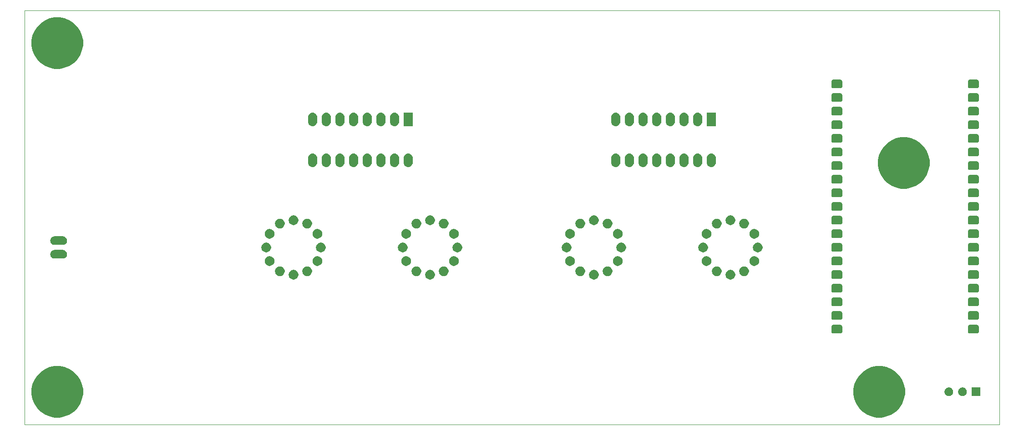
<source format=gbr>
%TF.GenerationSoftware,KiCad,Pcbnew,5.0.2-bee76a0~70~ubuntu18.10.1*%
%TF.CreationDate,2019-11-25T23:14:33+01:00*%
%TF.ProjectId,NixieNTPClock,4e697869-654e-4545-9043-6c6f636b2e6b,rev?*%
%TF.SameCoordinates,Original*%
%TF.FileFunction,Soldermask,Bot*%
%TF.FilePolarity,Negative*%
%FSLAX46Y46*%
G04 Gerber Fmt 4.6, Leading zero omitted, Abs format (unit mm)*
G04 Created by KiCad (PCBNEW 5.0.2-bee76a0~70~ubuntu18.10.1) date lun. 25 nov. 2019 23:14:33 CET*
%MOMM*%
%LPD*%
G01*
G04 APERTURE LIST*
%ADD10C,0.050000*%
%ADD11C,0.100000*%
G04 APERTURE END LIST*
D10*
X61722000Y-124460000D02*
X61722000Y-47244000D01*
X243078000Y-124460000D02*
X61722000Y-124460000D01*
X243078000Y-47244000D02*
X243078000Y-124460000D01*
X61722000Y-47244000D02*
X243078000Y-47244000D01*
D11*
G36*
X222126399Y-113747499D02*
X223000125Y-114109408D01*
X223786462Y-114634822D01*
X224455178Y-115303538D01*
X224980592Y-116089875D01*
X225342501Y-116963601D01*
X225527000Y-117891141D01*
X225527000Y-118836859D01*
X225342501Y-119764399D01*
X224980592Y-120638125D01*
X224455178Y-121424462D01*
X223786462Y-122093178D01*
X223000125Y-122618592D01*
X222126399Y-122980501D01*
X221198859Y-123165000D01*
X220253141Y-123165000D01*
X219325601Y-122980501D01*
X218451875Y-122618592D01*
X217665538Y-122093178D01*
X216996822Y-121424462D01*
X216471408Y-120638125D01*
X216109499Y-119764399D01*
X215925000Y-118836859D01*
X215925000Y-117891141D01*
X216109499Y-116963601D01*
X216471408Y-116089875D01*
X216996822Y-115303538D01*
X217665538Y-114634822D01*
X218451875Y-114109408D01*
X219325601Y-113747499D01*
X220253141Y-113563000D01*
X221198859Y-113563000D01*
X222126399Y-113747499D01*
X222126399Y-113747499D01*
G37*
G36*
X69218399Y-113747499D02*
X70092125Y-114109408D01*
X70878462Y-114634822D01*
X71547178Y-115303538D01*
X72072592Y-116089875D01*
X72434501Y-116963601D01*
X72619000Y-117891141D01*
X72619000Y-118836859D01*
X72434501Y-119764399D01*
X72072592Y-120638125D01*
X71547178Y-121424462D01*
X70878462Y-122093178D01*
X70092125Y-122618592D01*
X69218399Y-122980501D01*
X68290859Y-123165000D01*
X67345141Y-123165000D01*
X66417601Y-122980501D01*
X65543875Y-122618592D01*
X64757538Y-122093178D01*
X64088822Y-121424462D01*
X63563408Y-120638125D01*
X63201499Y-119764399D01*
X63017000Y-118836859D01*
X63017000Y-117891141D01*
X63201499Y-116963601D01*
X63563408Y-116089875D01*
X64088822Y-115303538D01*
X64757538Y-114634822D01*
X65543875Y-114109408D01*
X66417601Y-113747499D01*
X67345141Y-113563000D01*
X68290859Y-113563000D01*
X69218399Y-113747499D01*
X69218399Y-113747499D01*
G37*
G36*
X239571000Y-119175000D02*
X237949000Y-119175000D01*
X237949000Y-117553000D01*
X239571000Y-117553000D01*
X239571000Y-119175000D01*
X239571000Y-119175000D01*
G37*
G36*
X236456560Y-117584166D02*
X236604153Y-117645301D01*
X236735213Y-117732873D01*
X236736985Y-117734057D01*
X236849943Y-117847015D01*
X236849945Y-117847018D01*
X236938699Y-117979847D01*
X236999834Y-118127440D01*
X237031000Y-118284123D01*
X237031000Y-118443877D01*
X236999834Y-118600560D01*
X236938699Y-118748153D01*
X236879427Y-118836859D01*
X236849943Y-118880985D01*
X236736985Y-118993943D01*
X236736982Y-118993945D01*
X236604153Y-119082699D01*
X236604152Y-119082700D01*
X236604151Y-119082700D01*
X236456560Y-119143834D01*
X236299878Y-119175000D01*
X236140122Y-119175000D01*
X235983440Y-119143834D01*
X235835849Y-119082700D01*
X235835848Y-119082700D01*
X235835847Y-119082699D01*
X235703018Y-118993945D01*
X235703015Y-118993943D01*
X235590057Y-118880985D01*
X235560573Y-118836859D01*
X235501301Y-118748153D01*
X235440166Y-118600560D01*
X235409000Y-118443877D01*
X235409000Y-118284123D01*
X235440166Y-118127440D01*
X235501301Y-117979847D01*
X235590055Y-117847018D01*
X235590057Y-117847015D01*
X235703015Y-117734057D01*
X235704787Y-117732873D01*
X235835847Y-117645301D01*
X235983440Y-117584166D01*
X236140122Y-117553000D01*
X236299878Y-117553000D01*
X236456560Y-117584166D01*
X236456560Y-117584166D01*
G37*
G36*
X233916560Y-117584166D02*
X234064153Y-117645301D01*
X234195213Y-117732873D01*
X234196985Y-117734057D01*
X234309943Y-117847015D01*
X234309945Y-117847018D01*
X234398699Y-117979847D01*
X234459834Y-118127440D01*
X234491000Y-118284123D01*
X234491000Y-118443877D01*
X234459834Y-118600560D01*
X234398699Y-118748153D01*
X234339427Y-118836859D01*
X234309943Y-118880985D01*
X234196985Y-118993943D01*
X234196982Y-118993945D01*
X234064153Y-119082699D01*
X234064152Y-119082700D01*
X234064151Y-119082700D01*
X233916560Y-119143834D01*
X233759878Y-119175000D01*
X233600122Y-119175000D01*
X233443440Y-119143834D01*
X233295849Y-119082700D01*
X233295848Y-119082700D01*
X233295847Y-119082699D01*
X233163018Y-118993945D01*
X233163015Y-118993943D01*
X233050057Y-118880985D01*
X233020573Y-118836859D01*
X232961301Y-118748153D01*
X232900166Y-118600560D01*
X232869000Y-118443877D01*
X232869000Y-118284123D01*
X232900166Y-118127440D01*
X232961301Y-117979847D01*
X233050055Y-117847018D01*
X233050057Y-117847015D01*
X233163015Y-117734057D01*
X233164787Y-117732873D01*
X233295847Y-117645301D01*
X233443440Y-117584166D01*
X233600122Y-117553000D01*
X233759878Y-117553000D01*
X233916560Y-117584166D01*
X233916560Y-117584166D01*
G37*
G36*
X238975993Y-105874203D02*
X239040414Y-105893744D01*
X239099776Y-105925475D01*
X239151817Y-105968183D01*
X239194525Y-106020224D01*
X239226256Y-106079586D01*
X239245797Y-106144007D01*
X239253000Y-106217141D01*
X239253000Y-107142859D01*
X239245797Y-107215993D01*
X239226256Y-107280414D01*
X239194525Y-107339776D01*
X239151817Y-107391817D01*
X239099776Y-107434525D01*
X239040414Y-107466256D01*
X238975993Y-107485797D01*
X238902859Y-107493000D01*
X237601141Y-107493000D01*
X237528007Y-107485797D01*
X237463586Y-107466256D01*
X237404224Y-107434525D01*
X237352183Y-107391817D01*
X237309475Y-107339776D01*
X237277744Y-107280414D01*
X237258203Y-107215993D01*
X237251000Y-107142859D01*
X237251000Y-106217141D01*
X237258203Y-106144007D01*
X237277744Y-106079586D01*
X237309475Y-106020224D01*
X237352183Y-105968183D01*
X237404224Y-105925475D01*
X237463586Y-105893744D01*
X237528007Y-105874203D01*
X237601141Y-105867000D01*
X238902859Y-105867000D01*
X238975993Y-105874203D01*
X238975993Y-105874203D01*
G37*
G36*
X213575993Y-105874203D02*
X213640414Y-105893744D01*
X213699776Y-105925475D01*
X213751817Y-105968183D01*
X213794525Y-106020224D01*
X213826256Y-106079586D01*
X213845797Y-106144007D01*
X213853000Y-106217141D01*
X213853000Y-107142859D01*
X213845797Y-107215993D01*
X213826256Y-107280414D01*
X213794525Y-107339776D01*
X213751817Y-107391817D01*
X213699776Y-107434525D01*
X213640414Y-107466256D01*
X213575993Y-107485797D01*
X213502859Y-107493000D01*
X212201141Y-107493000D01*
X212128007Y-107485797D01*
X212063586Y-107466256D01*
X212004224Y-107434525D01*
X211952183Y-107391817D01*
X211909475Y-107339776D01*
X211877744Y-107280414D01*
X211858203Y-107215993D01*
X211851000Y-107142859D01*
X211851000Y-106217141D01*
X211858203Y-106144007D01*
X211877744Y-106079586D01*
X211909475Y-106020224D01*
X211952183Y-105968183D01*
X212004224Y-105925475D01*
X212063586Y-105893744D01*
X212128007Y-105874203D01*
X212201141Y-105867000D01*
X213502859Y-105867000D01*
X213575993Y-105874203D01*
X213575993Y-105874203D01*
G37*
G36*
X238975993Y-103334203D02*
X239040414Y-103353744D01*
X239099776Y-103385475D01*
X239151817Y-103428183D01*
X239194525Y-103480224D01*
X239226256Y-103539586D01*
X239245797Y-103604007D01*
X239253000Y-103677141D01*
X239253000Y-104602859D01*
X239245797Y-104675993D01*
X239226256Y-104740414D01*
X239194525Y-104799776D01*
X239151817Y-104851817D01*
X239099776Y-104894525D01*
X239040414Y-104926256D01*
X238975993Y-104945797D01*
X238902859Y-104953000D01*
X237601141Y-104953000D01*
X237528007Y-104945797D01*
X237463586Y-104926256D01*
X237404224Y-104894525D01*
X237352183Y-104851817D01*
X237309475Y-104799776D01*
X237277744Y-104740414D01*
X237258203Y-104675993D01*
X237251000Y-104602859D01*
X237251000Y-103677141D01*
X237258203Y-103604007D01*
X237277744Y-103539586D01*
X237309475Y-103480224D01*
X237352183Y-103428183D01*
X237404224Y-103385475D01*
X237463586Y-103353744D01*
X237528007Y-103334203D01*
X237601141Y-103327000D01*
X238902859Y-103327000D01*
X238975993Y-103334203D01*
X238975993Y-103334203D01*
G37*
G36*
X213575993Y-103334203D02*
X213640414Y-103353744D01*
X213699776Y-103385475D01*
X213751817Y-103428183D01*
X213794525Y-103480224D01*
X213826256Y-103539586D01*
X213845797Y-103604007D01*
X213853000Y-103677141D01*
X213853000Y-104602859D01*
X213845797Y-104675993D01*
X213826256Y-104740414D01*
X213794525Y-104799776D01*
X213751817Y-104851817D01*
X213699776Y-104894525D01*
X213640414Y-104926256D01*
X213575993Y-104945797D01*
X213502859Y-104953000D01*
X212201141Y-104953000D01*
X212128007Y-104945797D01*
X212063586Y-104926256D01*
X212004224Y-104894525D01*
X211952183Y-104851817D01*
X211909475Y-104799776D01*
X211877744Y-104740414D01*
X211858203Y-104675993D01*
X211851000Y-104602859D01*
X211851000Y-103677141D01*
X211858203Y-103604007D01*
X211877744Y-103539586D01*
X211909475Y-103480224D01*
X211952183Y-103428183D01*
X212004224Y-103385475D01*
X212063586Y-103353744D01*
X212128007Y-103334203D01*
X212201141Y-103327000D01*
X213502859Y-103327000D01*
X213575993Y-103334203D01*
X213575993Y-103334203D01*
G37*
G36*
X238975993Y-100794203D02*
X239040414Y-100813744D01*
X239099776Y-100845475D01*
X239151817Y-100888183D01*
X239194525Y-100940224D01*
X239226256Y-100999586D01*
X239245797Y-101064007D01*
X239253000Y-101137141D01*
X239253000Y-102062859D01*
X239245797Y-102135993D01*
X239226256Y-102200414D01*
X239194525Y-102259776D01*
X239151817Y-102311817D01*
X239099776Y-102354525D01*
X239040414Y-102386256D01*
X238975993Y-102405797D01*
X238902859Y-102413000D01*
X237601141Y-102413000D01*
X237528007Y-102405797D01*
X237463586Y-102386256D01*
X237404224Y-102354525D01*
X237352183Y-102311817D01*
X237309475Y-102259776D01*
X237277744Y-102200414D01*
X237258203Y-102135993D01*
X237251000Y-102062859D01*
X237251000Y-101137141D01*
X237258203Y-101064007D01*
X237277744Y-100999586D01*
X237309475Y-100940224D01*
X237352183Y-100888183D01*
X237404224Y-100845475D01*
X237463586Y-100813744D01*
X237528007Y-100794203D01*
X237601141Y-100787000D01*
X238902859Y-100787000D01*
X238975993Y-100794203D01*
X238975993Y-100794203D01*
G37*
G36*
X213575993Y-100794203D02*
X213640414Y-100813744D01*
X213699776Y-100845475D01*
X213751817Y-100888183D01*
X213794525Y-100940224D01*
X213826256Y-100999586D01*
X213845797Y-101064007D01*
X213853000Y-101137141D01*
X213853000Y-102062859D01*
X213845797Y-102135993D01*
X213826256Y-102200414D01*
X213794525Y-102259776D01*
X213751817Y-102311817D01*
X213699776Y-102354525D01*
X213640414Y-102386256D01*
X213575993Y-102405797D01*
X213502859Y-102413000D01*
X212201141Y-102413000D01*
X212128007Y-102405797D01*
X212063586Y-102386256D01*
X212004224Y-102354525D01*
X211952183Y-102311817D01*
X211909475Y-102259776D01*
X211877744Y-102200414D01*
X211858203Y-102135993D01*
X211851000Y-102062859D01*
X211851000Y-101137141D01*
X211858203Y-101064007D01*
X211877744Y-100999586D01*
X211909475Y-100940224D01*
X211952183Y-100888183D01*
X212004224Y-100845475D01*
X212063586Y-100813744D01*
X212128007Y-100794203D01*
X212201141Y-100787000D01*
X213502859Y-100787000D01*
X213575993Y-100794203D01*
X213575993Y-100794203D01*
G37*
G36*
X238975993Y-98254203D02*
X239040414Y-98273744D01*
X239099776Y-98305475D01*
X239151817Y-98348183D01*
X239194525Y-98400224D01*
X239226256Y-98459586D01*
X239245797Y-98524007D01*
X239253000Y-98597141D01*
X239253000Y-99522859D01*
X239245797Y-99595993D01*
X239226256Y-99660414D01*
X239194525Y-99719776D01*
X239151817Y-99771817D01*
X239099776Y-99814525D01*
X239040414Y-99846256D01*
X238975993Y-99865797D01*
X238902859Y-99873000D01*
X237601141Y-99873000D01*
X237528007Y-99865797D01*
X237463586Y-99846256D01*
X237404224Y-99814525D01*
X237352183Y-99771817D01*
X237309475Y-99719776D01*
X237277744Y-99660414D01*
X237258203Y-99595993D01*
X237251000Y-99522859D01*
X237251000Y-98597141D01*
X237258203Y-98524007D01*
X237277744Y-98459586D01*
X237309475Y-98400224D01*
X237352183Y-98348183D01*
X237404224Y-98305475D01*
X237463586Y-98273744D01*
X237528007Y-98254203D01*
X237601141Y-98247000D01*
X238902859Y-98247000D01*
X238975993Y-98254203D01*
X238975993Y-98254203D01*
G37*
G36*
X213575993Y-98254203D02*
X213640414Y-98273744D01*
X213699776Y-98305475D01*
X213751817Y-98348183D01*
X213794525Y-98400224D01*
X213826256Y-98459586D01*
X213845797Y-98524007D01*
X213853000Y-98597141D01*
X213853000Y-99522859D01*
X213845797Y-99595993D01*
X213826256Y-99660414D01*
X213794525Y-99719776D01*
X213751817Y-99771817D01*
X213699776Y-99814525D01*
X213640414Y-99846256D01*
X213575993Y-99865797D01*
X213502859Y-99873000D01*
X212201141Y-99873000D01*
X212128007Y-99865797D01*
X212063586Y-99846256D01*
X212004224Y-99814525D01*
X211952183Y-99771817D01*
X211909475Y-99719776D01*
X211877744Y-99660414D01*
X211858203Y-99595993D01*
X211851000Y-99522859D01*
X211851000Y-98597141D01*
X211858203Y-98524007D01*
X211877744Y-98459586D01*
X211909475Y-98400224D01*
X211952183Y-98348183D01*
X212004224Y-98305475D01*
X212063586Y-98273744D01*
X212128007Y-98254203D01*
X212201141Y-98247000D01*
X213502859Y-98247000D01*
X213575993Y-98254203D01*
X213575993Y-98254203D01*
G37*
G36*
X137422812Y-95653624D02*
X137586784Y-95721544D01*
X137734354Y-95820147D01*
X137859853Y-95945646D01*
X137958456Y-96093216D01*
X138026376Y-96257188D01*
X138061000Y-96431259D01*
X138061000Y-96608741D01*
X138026376Y-96782812D01*
X137958456Y-96946784D01*
X137859853Y-97094354D01*
X137734354Y-97219853D01*
X137586784Y-97318456D01*
X137422812Y-97386376D01*
X137248741Y-97421000D01*
X137071259Y-97421000D01*
X136897188Y-97386376D01*
X136733216Y-97318456D01*
X136585646Y-97219853D01*
X136460147Y-97094354D01*
X136361544Y-96946784D01*
X136293624Y-96782812D01*
X136259000Y-96608741D01*
X136259000Y-96431259D01*
X136293624Y-96257188D01*
X136361544Y-96093216D01*
X136460147Y-95945646D01*
X136585646Y-95820147D01*
X136733216Y-95721544D01*
X136897188Y-95653624D01*
X137071259Y-95619000D01*
X137248741Y-95619000D01*
X137422812Y-95653624D01*
X137422812Y-95653624D01*
G37*
G36*
X193302812Y-95653624D02*
X193466784Y-95721544D01*
X193614354Y-95820147D01*
X193739853Y-95945646D01*
X193838456Y-96093216D01*
X193906376Y-96257188D01*
X193941000Y-96431259D01*
X193941000Y-96608741D01*
X193906376Y-96782812D01*
X193838456Y-96946784D01*
X193739853Y-97094354D01*
X193614354Y-97219853D01*
X193466784Y-97318456D01*
X193302812Y-97386376D01*
X193128741Y-97421000D01*
X192951259Y-97421000D01*
X192777188Y-97386376D01*
X192613216Y-97318456D01*
X192465646Y-97219853D01*
X192340147Y-97094354D01*
X192241544Y-96946784D01*
X192173624Y-96782812D01*
X192139000Y-96608741D01*
X192139000Y-96431259D01*
X192173624Y-96257188D01*
X192241544Y-96093216D01*
X192340147Y-95945646D01*
X192465646Y-95820147D01*
X192613216Y-95721544D01*
X192777188Y-95653624D01*
X192951259Y-95619000D01*
X193128741Y-95619000D01*
X193302812Y-95653624D01*
X193302812Y-95653624D01*
G37*
G36*
X112022812Y-95653624D02*
X112186784Y-95721544D01*
X112334354Y-95820147D01*
X112459853Y-95945646D01*
X112558456Y-96093216D01*
X112626376Y-96257188D01*
X112661000Y-96431259D01*
X112661000Y-96608741D01*
X112626376Y-96782812D01*
X112558456Y-96946784D01*
X112459853Y-97094354D01*
X112334354Y-97219853D01*
X112186784Y-97318456D01*
X112022812Y-97386376D01*
X111848741Y-97421000D01*
X111671259Y-97421000D01*
X111497188Y-97386376D01*
X111333216Y-97318456D01*
X111185646Y-97219853D01*
X111060147Y-97094354D01*
X110961544Y-96946784D01*
X110893624Y-96782812D01*
X110859000Y-96608741D01*
X110859000Y-96431259D01*
X110893624Y-96257188D01*
X110961544Y-96093216D01*
X111060147Y-95945646D01*
X111185646Y-95820147D01*
X111333216Y-95721544D01*
X111497188Y-95653624D01*
X111671259Y-95619000D01*
X111848741Y-95619000D01*
X112022812Y-95653624D01*
X112022812Y-95653624D01*
G37*
G36*
X167902812Y-95653624D02*
X168066784Y-95721544D01*
X168214354Y-95820147D01*
X168339853Y-95945646D01*
X168438456Y-96093216D01*
X168506376Y-96257188D01*
X168541000Y-96431259D01*
X168541000Y-96608741D01*
X168506376Y-96782812D01*
X168438456Y-96946784D01*
X168339853Y-97094354D01*
X168214354Y-97219853D01*
X168066784Y-97318456D01*
X167902812Y-97386376D01*
X167728741Y-97421000D01*
X167551259Y-97421000D01*
X167377188Y-97386376D01*
X167213216Y-97318456D01*
X167065646Y-97219853D01*
X166940147Y-97094354D01*
X166841544Y-96946784D01*
X166773624Y-96782812D01*
X166739000Y-96608741D01*
X166739000Y-96431259D01*
X166773624Y-96257188D01*
X166841544Y-96093216D01*
X166940147Y-95945646D01*
X167065646Y-95820147D01*
X167213216Y-95721544D01*
X167377188Y-95653624D01*
X167551259Y-95619000D01*
X167728741Y-95619000D01*
X167902812Y-95653624D01*
X167902812Y-95653624D01*
G37*
G36*
X213575993Y-95714203D02*
X213640414Y-95733744D01*
X213699776Y-95765475D01*
X213751817Y-95808183D01*
X213794525Y-95860224D01*
X213826256Y-95919586D01*
X213845797Y-95984007D01*
X213853000Y-96057141D01*
X213853000Y-96982859D01*
X213845797Y-97055993D01*
X213826256Y-97120414D01*
X213794525Y-97179776D01*
X213751817Y-97231817D01*
X213699776Y-97274525D01*
X213640414Y-97306256D01*
X213575993Y-97325797D01*
X213502859Y-97333000D01*
X212201141Y-97333000D01*
X212128007Y-97325797D01*
X212063586Y-97306256D01*
X212004224Y-97274525D01*
X211952183Y-97231817D01*
X211909475Y-97179776D01*
X211877744Y-97120414D01*
X211858203Y-97055993D01*
X211851000Y-96982859D01*
X211851000Y-96057141D01*
X211858203Y-95984007D01*
X211877744Y-95919586D01*
X211909475Y-95860224D01*
X211952183Y-95808183D01*
X212004224Y-95765475D01*
X212063586Y-95733744D01*
X212128007Y-95714203D01*
X212201141Y-95707000D01*
X213502859Y-95707000D01*
X213575993Y-95714203D01*
X213575993Y-95714203D01*
G37*
G36*
X238975993Y-95714203D02*
X239040414Y-95733744D01*
X239099776Y-95765475D01*
X239151817Y-95808183D01*
X239194525Y-95860224D01*
X239226256Y-95919586D01*
X239245797Y-95984007D01*
X239253000Y-96057141D01*
X239253000Y-96982859D01*
X239245797Y-97055993D01*
X239226256Y-97120414D01*
X239194525Y-97179776D01*
X239151817Y-97231817D01*
X239099776Y-97274525D01*
X239040414Y-97306256D01*
X238975993Y-97325797D01*
X238902859Y-97333000D01*
X237601141Y-97333000D01*
X237528007Y-97325797D01*
X237463586Y-97306256D01*
X237404224Y-97274525D01*
X237352183Y-97231817D01*
X237309475Y-97179776D01*
X237277744Y-97120414D01*
X237258203Y-97055993D01*
X237251000Y-96982859D01*
X237251000Y-96057141D01*
X237258203Y-95984007D01*
X237277744Y-95919586D01*
X237309475Y-95860224D01*
X237352183Y-95808183D01*
X237404224Y-95765475D01*
X237463586Y-95733744D01*
X237528007Y-95714203D01*
X237601141Y-95707000D01*
X238902859Y-95707000D01*
X238975993Y-95714203D01*
X238975993Y-95714203D01*
G37*
G36*
X195842812Y-95018624D02*
X196006784Y-95086544D01*
X196154354Y-95185147D01*
X196279853Y-95310646D01*
X196378456Y-95458216D01*
X196446376Y-95622188D01*
X196481000Y-95796259D01*
X196481000Y-95973741D01*
X196446376Y-96147812D01*
X196378456Y-96311784D01*
X196279853Y-96459354D01*
X196154354Y-96584853D01*
X196006784Y-96683456D01*
X195842812Y-96751376D01*
X195668741Y-96786000D01*
X195491259Y-96786000D01*
X195317188Y-96751376D01*
X195153216Y-96683456D01*
X195005646Y-96584853D01*
X194880147Y-96459354D01*
X194781544Y-96311784D01*
X194713624Y-96147812D01*
X194679000Y-95973741D01*
X194679000Y-95796259D01*
X194713624Y-95622188D01*
X194781544Y-95458216D01*
X194880147Y-95310646D01*
X195005646Y-95185147D01*
X195153216Y-95086544D01*
X195317188Y-95018624D01*
X195491259Y-94984000D01*
X195668741Y-94984000D01*
X195842812Y-95018624D01*
X195842812Y-95018624D01*
G37*
G36*
X139962812Y-95018624D02*
X140126784Y-95086544D01*
X140274354Y-95185147D01*
X140399853Y-95310646D01*
X140498456Y-95458216D01*
X140566376Y-95622188D01*
X140601000Y-95796259D01*
X140601000Y-95973741D01*
X140566376Y-96147812D01*
X140498456Y-96311784D01*
X140399853Y-96459354D01*
X140274354Y-96584853D01*
X140126784Y-96683456D01*
X139962812Y-96751376D01*
X139788741Y-96786000D01*
X139611259Y-96786000D01*
X139437188Y-96751376D01*
X139273216Y-96683456D01*
X139125646Y-96584853D01*
X139000147Y-96459354D01*
X138901544Y-96311784D01*
X138833624Y-96147812D01*
X138799000Y-95973741D01*
X138799000Y-95796259D01*
X138833624Y-95622188D01*
X138901544Y-95458216D01*
X139000147Y-95310646D01*
X139125646Y-95185147D01*
X139273216Y-95086544D01*
X139437188Y-95018624D01*
X139611259Y-94984000D01*
X139788741Y-94984000D01*
X139962812Y-95018624D01*
X139962812Y-95018624D01*
G37*
G36*
X134882812Y-95018624D02*
X135046784Y-95086544D01*
X135194354Y-95185147D01*
X135319853Y-95310646D01*
X135418456Y-95458216D01*
X135486376Y-95622188D01*
X135521000Y-95796259D01*
X135521000Y-95973741D01*
X135486376Y-96147812D01*
X135418456Y-96311784D01*
X135319853Y-96459354D01*
X135194354Y-96584853D01*
X135046784Y-96683456D01*
X134882812Y-96751376D01*
X134708741Y-96786000D01*
X134531259Y-96786000D01*
X134357188Y-96751376D01*
X134193216Y-96683456D01*
X134045646Y-96584853D01*
X133920147Y-96459354D01*
X133821544Y-96311784D01*
X133753624Y-96147812D01*
X133719000Y-95973741D01*
X133719000Y-95796259D01*
X133753624Y-95622188D01*
X133821544Y-95458216D01*
X133920147Y-95310646D01*
X134045646Y-95185147D01*
X134193216Y-95086544D01*
X134357188Y-95018624D01*
X134531259Y-94984000D01*
X134708741Y-94984000D01*
X134882812Y-95018624D01*
X134882812Y-95018624D01*
G37*
G36*
X165362812Y-95018624D02*
X165526784Y-95086544D01*
X165674354Y-95185147D01*
X165799853Y-95310646D01*
X165898456Y-95458216D01*
X165966376Y-95622188D01*
X166001000Y-95796259D01*
X166001000Y-95973741D01*
X165966376Y-96147812D01*
X165898456Y-96311784D01*
X165799853Y-96459354D01*
X165674354Y-96584853D01*
X165526784Y-96683456D01*
X165362812Y-96751376D01*
X165188741Y-96786000D01*
X165011259Y-96786000D01*
X164837188Y-96751376D01*
X164673216Y-96683456D01*
X164525646Y-96584853D01*
X164400147Y-96459354D01*
X164301544Y-96311784D01*
X164233624Y-96147812D01*
X164199000Y-95973741D01*
X164199000Y-95796259D01*
X164233624Y-95622188D01*
X164301544Y-95458216D01*
X164400147Y-95310646D01*
X164525646Y-95185147D01*
X164673216Y-95086544D01*
X164837188Y-95018624D01*
X165011259Y-94984000D01*
X165188741Y-94984000D01*
X165362812Y-95018624D01*
X165362812Y-95018624D01*
G37*
G36*
X170442812Y-95018624D02*
X170606784Y-95086544D01*
X170754354Y-95185147D01*
X170879853Y-95310646D01*
X170978456Y-95458216D01*
X171046376Y-95622188D01*
X171081000Y-95796259D01*
X171081000Y-95973741D01*
X171046376Y-96147812D01*
X170978456Y-96311784D01*
X170879853Y-96459354D01*
X170754354Y-96584853D01*
X170606784Y-96683456D01*
X170442812Y-96751376D01*
X170268741Y-96786000D01*
X170091259Y-96786000D01*
X169917188Y-96751376D01*
X169753216Y-96683456D01*
X169605646Y-96584853D01*
X169480147Y-96459354D01*
X169381544Y-96311784D01*
X169313624Y-96147812D01*
X169279000Y-95973741D01*
X169279000Y-95796259D01*
X169313624Y-95622188D01*
X169381544Y-95458216D01*
X169480147Y-95310646D01*
X169605646Y-95185147D01*
X169753216Y-95086544D01*
X169917188Y-95018624D01*
X170091259Y-94984000D01*
X170268741Y-94984000D01*
X170442812Y-95018624D01*
X170442812Y-95018624D01*
G37*
G36*
X190762812Y-95018624D02*
X190926784Y-95086544D01*
X191074354Y-95185147D01*
X191199853Y-95310646D01*
X191298456Y-95458216D01*
X191366376Y-95622188D01*
X191401000Y-95796259D01*
X191401000Y-95973741D01*
X191366376Y-96147812D01*
X191298456Y-96311784D01*
X191199853Y-96459354D01*
X191074354Y-96584853D01*
X190926784Y-96683456D01*
X190762812Y-96751376D01*
X190588741Y-96786000D01*
X190411259Y-96786000D01*
X190237188Y-96751376D01*
X190073216Y-96683456D01*
X189925646Y-96584853D01*
X189800147Y-96459354D01*
X189701544Y-96311784D01*
X189633624Y-96147812D01*
X189599000Y-95973741D01*
X189599000Y-95796259D01*
X189633624Y-95622188D01*
X189701544Y-95458216D01*
X189800147Y-95310646D01*
X189925646Y-95185147D01*
X190073216Y-95086544D01*
X190237188Y-95018624D01*
X190411259Y-94984000D01*
X190588741Y-94984000D01*
X190762812Y-95018624D01*
X190762812Y-95018624D01*
G37*
G36*
X114562812Y-95018624D02*
X114726784Y-95086544D01*
X114874354Y-95185147D01*
X114999853Y-95310646D01*
X115098456Y-95458216D01*
X115166376Y-95622188D01*
X115201000Y-95796259D01*
X115201000Y-95973741D01*
X115166376Y-96147812D01*
X115098456Y-96311784D01*
X114999853Y-96459354D01*
X114874354Y-96584853D01*
X114726784Y-96683456D01*
X114562812Y-96751376D01*
X114388741Y-96786000D01*
X114211259Y-96786000D01*
X114037188Y-96751376D01*
X113873216Y-96683456D01*
X113725646Y-96584853D01*
X113600147Y-96459354D01*
X113501544Y-96311784D01*
X113433624Y-96147812D01*
X113399000Y-95973741D01*
X113399000Y-95796259D01*
X113433624Y-95622188D01*
X113501544Y-95458216D01*
X113600147Y-95310646D01*
X113725646Y-95185147D01*
X113873216Y-95086544D01*
X114037188Y-95018624D01*
X114211259Y-94984000D01*
X114388741Y-94984000D01*
X114562812Y-95018624D01*
X114562812Y-95018624D01*
G37*
G36*
X109482812Y-95018624D02*
X109646784Y-95086544D01*
X109794354Y-95185147D01*
X109919853Y-95310646D01*
X110018456Y-95458216D01*
X110086376Y-95622188D01*
X110121000Y-95796259D01*
X110121000Y-95973741D01*
X110086376Y-96147812D01*
X110018456Y-96311784D01*
X109919853Y-96459354D01*
X109794354Y-96584853D01*
X109646784Y-96683456D01*
X109482812Y-96751376D01*
X109308741Y-96786000D01*
X109131259Y-96786000D01*
X108957188Y-96751376D01*
X108793216Y-96683456D01*
X108645646Y-96584853D01*
X108520147Y-96459354D01*
X108421544Y-96311784D01*
X108353624Y-96147812D01*
X108319000Y-95973741D01*
X108319000Y-95796259D01*
X108353624Y-95622188D01*
X108421544Y-95458216D01*
X108520147Y-95310646D01*
X108645646Y-95185147D01*
X108793216Y-95086544D01*
X108957188Y-95018624D01*
X109131259Y-94984000D01*
X109308741Y-94984000D01*
X109482812Y-95018624D01*
X109482812Y-95018624D01*
G37*
G36*
X132977812Y-93113624D02*
X133141784Y-93181544D01*
X133289354Y-93280147D01*
X133414853Y-93405646D01*
X133513456Y-93553216D01*
X133581376Y-93717188D01*
X133616000Y-93891259D01*
X133616000Y-94068741D01*
X133581376Y-94242812D01*
X133513456Y-94406784D01*
X133414853Y-94554354D01*
X133289354Y-94679853D01*
X133141784Y-94778456D01*
X132977812Y-94846376D01*
X132803741Y-94881000D01*
X132626259Y-94881000D01*
X132452188Y-94846376D01*
X132288216Y-94778456D01*
X132140646Y-94679853D01*
X132015147Y-94554354D01*
X131916544Y-94406784D01*
X131848624Y-94242812D01*
X131814000Y-94068741D01*
X131814000Y-93891259D01*
X131848624Y-93717188D01*
X131916544Y-93553216D01*
X132015147Y-93405646D01*
X132140646Y-93280147D01*
X132288216Y-93181544D01*
X132452188Y-93113624D01*
X132626259Y-93079000D01*
X132803741Y-93079000D01*
X132977812Y-93113624D01*
X132977812Y-93113624D01*
G37*
G36*
X107577812Y-93113624D02*
X107741784Y-93181544D01*
X107889354Y-93280147D01*
X108014853Y-93405646D01*
X108113456Y-93553216D01*
X108181376Y-93717188D01*
X108216000Y-93891259D01*
X108216000Y-94068741D01*
X108181376Y-94242812D01*
X108113456Y-94406784D01*
X108014853Y-94554354D01*
X107889354Y-94679853D01*
X107741784Y-94778456D01*
X107577812Y-94846376D01*
X107403741Y-94881000D01*
X107226259Y-94881000D01*
X107052188Y-94846376D01*
X106888216Y-94778456D01*
X106740646Y-94679853D01*
X106615147Y-94554354D01*
X106516544Y-94406784D01*
X106448624Y-94242812D01*
X106414000Y-94068741D01*
X106414000Y-93891259D01*
X106448624Y-93717188D01*
X106516544Y-93553216D01*
X106615147Y-93405646D01*
X106740646Y-93280147D01*
X106888216Y-93181544D01*
X107052188Y-93113624D01*
X107226259Y-93079000D01*
X107403741Y-93079000D01*
X107577812Y-93113624D01*
X107577812Y-93113624D01*
G37*
G36*
X116467812Y-93113624D02*
X116631784Y-93181544D01*
X116779354Y-93280147D01*
X116904853Y-93405646D01*
X117003456Y-93553216D01*
X117071376Y-93717188D01*
X117106000Y-93891259D01*
X117106000Y-94068741D01*
X117071376Y-94242812D01*
X117003456Y-94406784D01*
X116904853Y-94554354D01*
X116779354Y-94679853D01*
X116631784Y-94778456D01*
X116467812Y-94846376D01*
X116293741Y-94881000D01*
X116116259Y-94881000D01*
X115942188Y-94846376D01*
X115778216Y-94778456D01*
X115630646Y-94679853D01*
X115505147Y-94554354D01*
X115406544Y-94406784D01*
X115338624Y-94242812D01*
X115304000Y-94068741D01*
X115304000Y-93891259D01*
X115338624Y-93717188D01*
X115406544Y-93553216D01*
X115505147Y-93405646D01*
X115630646Y-93280147D01*
X115778216Y-93181544D01*
X115942188Y-93113624D01*
X116116259Y-93079000D01*
X116293741Y-93079000D01*
X116467812Y-93113624D01*
X116467812Y-93113624D01*
G37*
G36*
X141867812Y-93113624D02*
X142031784Y-93181544D01*
X142179354Y-93280147D01*
X142304853Y-93405646D01*
X142403456Y-93553216D01*
X142471376Y-93717188D01*
X142506000Y-93891259D01*
X142506000Y-94068741D01*
X142471376Y-94242812D01*
X142403456Y-94406784D01*
X142304853Y-94554354D01*
X142179354Y-94679853D01*
X142031784Y-94778456D01*
X141867812Y-94846376D01*
X141693741Y-94881000D01*
X141516259Y-94881000D01*
X141342188Y-94846376D01*
X141178216Y-94778456D01*
X141030646Y-94679853D01*
X140905147Y-94554354D01*
X140806544Y-94406784D01*
X140738624Y-94242812D01*
X140704000Y-94068741D01*
X140704000Y-93891259D01*
X140738624Y-93717188D01*
X140806544Y-93553216D01*
X140905147Y-93405646D01*
X141030646Y-93280147D01*
X141178216Y-93181544D01*
X141342188Y-93113624D01*
X141516259Y-93079000D01*
X141693741Y-93079000D01*
X141867812Y-93113624D01*
X141867812Y-93113624D01*
G37*
G36*
X188857812Y-93113624D02*
X189021784Y-93181544D01*
X189169354Y-93280147D01*
X189294853Y-93405646D01*
X189393456Y-93553216D01*
X189461376Y-93717188D01*
X189496000Y-93891259D01*
X189496000Y-94068741D01*
X189461376Y-94242812D01*
X189393456Y-94406784D01*
X189294853Y-94554354D01*
X189169354Y-94679853D01*
X189021784Y-94778456D01*
X188857812Y-94846376D01*
X188683741Y-94881000D01*
X188506259Y-94881000D01*
X188332188Y-94846376D01*
X188168216Y-94778456D01*
X188020646Y-94679853D01*
X187895147Y-94554354D01*
X187796544Y-94406784D01*
X187728624Y-94242812D01*
X187694000Y-94068741D01*
X187694000Y-93891259D01*
X187728624Y-93717188D01*
X187796544Y-93553216D01*
X187895147Y-93405646D01*
X188020646Y-93280147D01*
X188168216Y-93181544D01*
X188332188Y-93113624D01*
X188506259Y-93079000D01*
X188683741Y-93079000D01*
X188857812Y-93113624D01*
X188857812Y-93113624D01*
G37*
G36*
X197747812Y-93113624D02*
X197911784Y-93181544D01*
X198059354Y-93280147D01*
X198184853Y-93405646D01*
X198283456Y-93553216D01*
X198351376Y-93717188D01*
X198386000Y-93891259D01*
X198386000Y-94068741D01*
X198351376Y-94242812D01*
X198283456Y-94406784D01*
X198184853Y-94554354D01*
X198059354Y-94679853D01*
X197911784Y-94778456D01*
X197747812Y-94846376D01*
X197573741Y-94881000D01*
X197396259Y-94881000D01*
X197222188Y-94846376D01*
X197058216Y-94778456D01*
X196910646Y-94679853D01*
X196785147Y-94554354D01*
X196686544Y-94406784D01*
X196618624Y-94242812D01*
X196584000Y-94068741D01*
X196584000Y-93891259D01*
X196618624Y-93717188D01*
X196686544Y-93553216D01*
X196785147Y-93405646D01*
X196910646Y-93280147D01*
X197058216Y-93181544D01*
X197222188Y-93113624D01*
X197396259Y-93079000D01*
X197573741Y-93079000D01*
X197747812Y-93113624D01*
X197747812Y-93113624D01*
G37*
G36*
X163457812Y-93113624D02*
X163621784Y-93181544D01*
X163769354Y-93280147D01*
X163894853Y-93405646D01*
X163993456Y-93553216D01*
X164061376Y-93717188D01*
X164096000Y-93891259D01*
X164096000Y-94068741D01*
X164061376Y-94242812D01*
X163993456Y-94406784D01*
X163894853Y-94554354D01*
X163769354Y-94679853D01*
X163621784Y-94778456D01*
X163457812Y-94846376D01*
X163283741Y-94881000D01*
X163106259Y-94881000D01*
X162932188Y-94846376D01*
X162768216Y-94778456D01*
X162620646Y-94679853D01*
X162495147Y-94554354D01*
X162396544Y-94406784D01*
X162328624Y-94242812D01*
X162294000Y-94068741D01*
X162294000Y-93891259D01*
X162328624Y-93717188D01*
X162396544Y-93553216D01*
X162495147Y-93405646D01*
X162620646Y-93280147D01*
X162768216Y-93181544D01*
X162932188Y-93113624D01*
X163106259Y-93079000D01*
X163283741Y-93079000D01*
X163457812Y-93113624D01*
X163457812Y-93113624D01*
G37*
G36*
X172347812Y-93113624D02*
X172511784Y-93181544D01*
X172659354Y-93280147D01*
X172784853Y-93405646D01*
X172883456Y-93553216D01*
X172951376Y-93717188D01*
X172986000Y-93891259D01*
X172986000Y-94068741D01*
X172951376Y-94242812D01*
X172883456Y-94406784D01*
X172784853Y-94554354D01*
X172659354Y-94679853D01*
X172511784Y-94778456D01*
X172347812Y-94846376D01*
X172173741Y-94881000D01*
X171996259Y-94881000D01*
X171822188Y-94846376D01*
X171658216Y-94778456D01*
X171510646Y-94679853D01*
X171385147Y-94554354D01*
X171286544Y-94406784D01*
X171218624Y-94242812D01*
X171184000Y-94068741D01*
X171184000Y-93891259D01*
X171218624Y-93717188D01*
X171286544Y-93553216D01*
X171385147Y-93405646D01*
X171510646Y-93280147D01*
X171658216Y-93181544D01*
X171822188Y-93113624D01*
X171996259Y-93079000D01*
X172173741Y-93079000D01*
X172347812Y-93113624D01*
X172347812Y-93113624D01*
G37*
G36*
X213575993Y-93174203D02*
X213640414Y-93193744D01*
X213699776Y-93225475D01*
X213751817Y-93268183D01*
X213794525Y-93320224D01*
X213826256Y-93379586D01*
X213845797Y-93444007D01*
X213853000Y-93517141D01*
X213853000Y-94442859D01*
X213845797Y-94515993D01*
X213826256Y-94580414D01*
X213794525Y-94639776D01*
X213751817Y-94691817D01*
X213699776Y-94734525D01*
X213640414Y-94766256D01*
X213575993Y-94785797D01*
X213502859Y-94793000D01*
X212201141Y-94793000D01*
X212128007Y-94785797D01*
X212063586Y-94766256D01*
X212004224Y-94734525D01*
X211952183Y-94691817D01*
X211909475Y-94639776D01*
X211877744Y-94580414D01*
X211858203Y-94515993D01*
X211851000Y-94442859D01*
X211851000Y-93517141D01*
X211858203Y-93444007D01*
X211877744Y-93379586D01*
X211909475Y-93320224D01*
X211952183Y-93268183D01*
X212004224Y-93225475D01*
X212063586Y-93193744D01*
X212128007Y-93174203D01*
X212201141Y-93167000D01*
X213502859Y-93167000D01*
X213575993Y-93174203D01*
X213575993Y-93174203D01*
G37*
G36*
X238975993Y-93174203D02*
X239040414Y-93193744D01*
X239099776Y-93225475D01*
X239151817Y-93268183D01*
X239194525Y-93320224D01*
X239226256Y-93379586D01*
X239245797Y-93444007D01*
X239253000Y-93517141D01*
X239253000Y-94442859D01*
X239245797Y-94515993D01*
X239226256Y-94580414D01*
X239194525Y-94639776D01*
X239151817Y-94691817D01*
X239099776Y-94734525D01*
X239040414Y-94766256D01*
X238975993Y-94785797D01*
X238902859Y-94793000D01*
X237601141Y-94793000D01*
X237528007Y-94785797D01*
X237463586Y-94766256D01*
X237404224Y-94734525D01*
X237352183Y-94691817D01*
X237309475Y-94639776D01*
X237277744Y-94580414D01*
X237258203Y-94515993D01*
X237251000Y-94442859D01*
X237251000Y-93517141D01*
X237258203Y-93444007D01*
X237277744Y-93379586D01*
X237309475Y-93320224D01*
X237352183Y-93268183D01*
X237404224Y-93225475D01*
X237463586Y-93193744D01*
X237528007Y-93174203D01*
X237601141Y-93167000D01*
X238902859Y-93167000D01*
X238975993Y-93174203D01*
X238975993Y-93174203D01*
G37*
G36*
X68980005Y-91915662D02*
X69131933Y-91961750D01*
X69131935Y-91961751D01*
X69271956Y-92036594D01*
X69394685Y-92137315D01*
X69495406Y-92260044D01*
X69520171Y-92306376D01*
X69570250Y-92400067D01*
X69616338Y-92551995D01*
X69631899Y-92710000D01*
X69616338Y-92868005D01*
X69570250Y-93019933D01*
X69570249Y-93019935D01*
X69495406Y-93159956D01*
X69394685Y-93282685D01*
X69271956Y-93383406D01*
X69207349Y-93417939D01*
X69131933Y-93458250D01*
X68980005Y-93504338D01*
X68861591Y-93516000D01*
X67282409Y-93516000D01*
X67163995Y-93504338D01*
X67012067Y-93458250D01*
X66936651Y-93417939D01*
X66872044Y-93383406D01*
X66749315Y-93282685D01*
X66648594Y-93159956D01*
X66573751Y-93019935D01*
X66573750Y-93019933D01*
X66527662Y-92868005D01*
X66512101Y-92710000D01*
X66527662Y-92551995D01*
X66573750Y-92400067D01*
X66623829Y-92306376D01*
X66648594Y-92260044D01*
X66749315Y-92137315D01*
X66872044Y-92036594D01*
X67012065Y-91961751D01*
X67012067Y-91961750D01*
X67163995Y-91915662D01*
X67282409Y-91904000D01*
X68861591Y-91904000D01*
X68980005Y-91915662D01*
X68980005Y-91915662D01*
G37*
G36*
X162822812Y-90573624D02*
X162986784Y-90641544D01*
X163134354Y-90740147D01*
X163259853Y-90865646D01*
X163358456Y-91013216D01*
X163426376Y-91177188D01*
X163461000Y-91351259D01*
X163461000Y-91528741D01*
X163426376Y-91702812D01*
X163358456Y-91866784D01*
X163259853Y-92014354D01*
X163134354Y-92139853D01*
X162986784Y-92238456D01*
X162822812Y-92306376D01*
X162648741Y-92341000D01*
X162471259Y-92341000D01*
X162297188Y-92306376D01*
X162133216Y-92238456D01*
X161985646Y-92139853D01*
X161860147Y-92014354D01*
X161761544Y-91866784D01*
X161693624Y-91702812D01*
X161659000Y-91528741D01*
X161659000Y-91351259D01*
X161693624Y-91177188D01*
X161761544Y-91013216D01*
X161860147Y-90865646D01*
X161985646Y-90740147D01*
X162133216Y-90641544D01*
X162297188Y-90573624D01*
X162471259Y-90539000D01*
X162648741Y-90539000D01*
X162822812Y-90573624D01*
X162822812Y-90573624D01*
G37*
G36*
X106942812Y-90573624D02*
X107106784Y-90641544D01*
X107254354Y-90740147D01*
X107379853Y-90865646D01*
X107478456Y-91013216D01*
X107546376Y-91177188D01*
X107581000Y-91351259D01*
X107581000Y-91528741D01*
X107546376Y-91702812D01*
X107478456Y-91866784D01*
X107379853Y-92014354D01*
X107254354Y-92139853D01*
X107106784Y-92238456D01*
X106942812Y-92306376D01*
X106768741Y-92341000D01*
X106591259Y-92341000D01*
X106417188Y-92306376D01*
X106253216Y-92238456D01*
X106105646Y-92139853D01*
X105980147Y-92014354D01*
X105881544Y-91866784D01*
X105813624Y-91702812D01*
X105779000Y-91528741D01*
X105779000Y-91351259D01*
X105813624Y-91177188D01*
X105881544Y-91013216D01*
X105980147Y-90865646D01*
X106105646Y-90740147D01*
X106253216Y-90641544D01*
X106417188Y-90573624D01*
X106591259Y-90539000D01*
X106768741Y-90539000D01*
X106942812Y-90573624D01*
X106942812Y-90573624D01*
G37*
G36*
X188222812Y-90573624D02*
X188386784Y-90641544D01*
X188534354Y-90740147D01*
X188659853Y-90865646D01*
X188758456Y-91013216D01*
X188826376Y-91177188D01*
X188861000Y-91351259D01*
X188861000Y-91528741D01*
X188826376Y-91702812D01*
X188758456Y-91866784D01*
X188659853Y-92014354D01*
X188534354Y-92139853D01*
X188386784Y-92238456D01*
X188222812Y-92306376D01*
X188048741Y-92341000D01*
X187871259Y-92341000D01*
X187697188Y-92306376D01*
X187533216Y-92238456D01*
X187385646Y-92139853D01*
X187260147Y-92014354D01*
X187161544Y-91866784D01*
X187093624Y-91702812D01*
X187059000Y-91528741D01*
X187059000Y-91351259D01*
X187093624Y-91177188D01*
X187161544Y-91013216D01*
X187260147Y-90865646D01*
X187385646Y-90740147D01*
X187533216Y-90641544D01*
X187697188Y-90573624D01*
X187871259Y-90539000D01*
X188048741Y-90539000D01*
X188222812Y-90573624D01*
X188222812Y-90573624D01*
G37*
G36*
X132342812Y-90573624D02*
X132506784Y-90641544D01*
X132654354Y-90740147D01*
X132779853Y-90865646D01*
X132878456Y-91013216D01*
X132946376Y-91177188D01*
X132981000Y-91351259D01*
X132981000Y-91528741D01*
X132946376Y-91702812D01*
X132878456Y-91866784D01*
X132779853Y-92014354D01*
X132654354Y-92139853D01*
X132506784Y-92238456D01*
X132342812Y-92306376D01*
X132168741Y-92341000D01*
X131991259Y-92341000D01*
X131817188Y-92306376D01*
X131653216Y-92238456D01*
X131505646Y-92139853D01*
X131380147Y-92014354D01*
X131281544Y-91866784D01*
X131213624Y-91702812D01*
X131179000Y-91528741D01*
X131179000Y-91351259D01*
X131213624Y-91177188D01*
X131281544Y-91013216D01*
X131380147Y-90865646D01*
X131505646Y-90740147D01*
X131653216Y-90641544D01*
X131817188Y-90573624D01*
X131991259Y-90539000D01*
X132168741Y-90539000D01*
X132342812Y-90573624D01*
X132342812Y-90573624D01*
G37*
G36*
X117102812Y-90573624D02*
X117266784Y-90641544D01*
X117414354Y-90740147D01*
X117539853Y-90865646D01*
X117638456Y-91013216D01*
X117706376Y-91177188D01*
X117741000Y-91351259D01*
X117741000Y-91528741D01*
X117706376Y-91702812D01*
X117638456Y-91866784D01*
X117539853Y-92014354D01*
X117414354Y-92139853D01*
X117266784Y-92238456D01*
X117102812Y-92306376D01*
X116928741Y-92341000D01*
X116751259Y-92341000D01*
X116577188Y-92306376D01*
X116413216Y-92238456D01*
X116265646Y-92139853D01*
X116140147Y-92014354D01*
X116041544Y-91866784D01*
X115973624Y-91702812D01*
X115939000Y-91528741D01*
X115939000Y-91351259D01*
X115973624Y-91177188D01*
X116041544Y-91013216D01*
X116140147Y-90865646D01*
X116265646Y-90740147D01*
X116413216Y-90641544D01*
X116577188Y-90573624D01*
X116751259Y-90539000D01*
X116928741Y-90539000D01*
X117102812Y-90573624D01*
X117102812Y-90573624D01*
G37*
G36*
X142502812Y-90573624D02*
X142666784Y-90641544D01*
X142814354Y-90740147D01*
X142939853Y-90865646D01*
X143038456Y-91013216D01*
X143106376Y-91177188D01*
X143141000Y-91351259D01*
X143141000Y-91528741D01*
X143106376Y-91702812D01*
X143038456Y-91866784D01*
X142939853Y-92014354D01*
X142814354Y-92139853D01*
X142666784Y-92238456D01*
X142502812Y-92306376D01*
X142328741Y-92341000D01*
X142151259Y-92341000D01*
X141977188Y-92306376D01*
X141813216Y-92238456D01*
X141665646Y-92139853D01*
X141540147Y-92014354D01*
X141441544Y-91866784D01*
X141373624Y-91702812D01*
X141339000Y-91528741D01*
X141339000Y-91351259D01*
X141373624Y-91177188D01*
X141441544Y-91013216D01*
X141540147Y-90865646D01*
X141665646Y-90740147D01*
X141813216Y-90641544D01*
X141977188Y-90573624D01*
X142151259Y-90539000D01*
X142328741Y-90539000D01*
X142502812Y-90573624D01*
X142502812Y-90573624D01*
G37*
G36*
X172982812Y-90573624D02*
X173146784Y-90641544D01*
X173294354Y-90740147D01*
X173419853Y-90865646D01*
X173518456Y-91013216D01*
X173586376Y-91177188D01*
X173621000Y-91351259D01*
X173621000Y-91528741D01*
X173586376Y-91702812D01*
X173518456Y-91866784D01*
X173419853Y-92014354D01*
X173294354Y-92139853D01*
X173146784Y-92238456D01*
X172982812Y-92306376D01*
X172808741Y-92341000D01*
X172631259Y-92341000D01*
X172457188Y-92306376D01*
X172293216Y-92238456D01*
X172145646Y-92139853D01*
X172020147Y-92014354D01*
X171921544Y-91866784D01*
X171853624Y-91702812D01*
X171819000Y-91528741D01*
X171819000Y-91351259D01*
X171853624Y-91177188D01*
X171921544Y-91013216D01*
X172020147Y-90865646D01*
X172145646Y-90740147D01*
X172293216Y-90641544D01*
X172457188Y-90573624D01*
X172631259Y-90539000D01*
X172808741Y-90539000D01*
X172982812Y-90573624D01*
X172982812Y-90573624D01*
G37*
G36*
X198382812Y-90573624D02*
X198546784Y-90641544D01*
X198694354Y-90740147D01*
X198819853Y-90865646D01*
X198918456Y-91013216D01*
X198986376Y-91177188D01*
X199021000Y-91351259D01*
X199021000Y-91528741D01*
X198986376Y-91702812D01*
X198918456Y-91866784D01*
X198819853Y-92014354D01*
X198694354Y-92139853D01*
X198546784Y-92238456D01*
X198382812Y-92306376D01*
X198208741Y-92341000D01*
X198031259Y-92341000D01*
X197857188Y-92306376D01*
X197693216Y-92238456D01*
X197545646Y-92139853D01*
X197420147Y-92014354D01*
X197321544Y-91866784D01*
X197253624Y-91702812D01*
X197219000Y-91528741D01*
X197219000Y-91351259D01*
X197253624Y-91177188D01*
X197321544Y-91013216D01*
X197420147Y-90865646D01*
X197545646Y-90740147D01*
X197693216Y-90641544D01*
X197857188Y-90573624D01*
X198031259Y-90539000D01*
X198208741Y-90539000D01*
X198382812Y-90573624D01*
X198382812Y-90573624D01*
G37*
G36*
X238975993Y-90634203D02*
X239040414Y-90653744D01*
X239099776Y-90685475D01*
X239151817Y-90728183D01*
X239194525Y-90780224D01*
X239226256Y-90839586D01*
X239245797Y-90904007D01*
X239253000Y-90977141D01*
X239253000Y-91902859D01*
X239245797Y-91975993D01*
X239226256Y-92040414D01*
X239194525Y-92099776D01*
X239151817Y-92151817D01*
X239099776Y-92194525D01*
X239040414Y-92226256D01*
X238975993Y-92245797D01*
X238902859Y-92253000D01*
X237601141Y-92253000D01*
X237528007Y-92245797D01*
X237463586Y-92226256D01*
X237404224Y-92194525D01*
X237352183Y-92151817D01*
X237309475Y-92099776D01*
X237277744Y-92040414D01*
X237258203Y-91975993D01*
X237251000Y-91902859D01*
X237251000Y-90977141D01*
X237258203Y-90904007D01*
X237277744Y-90839586D01*
X237309475Y-90780224D01*
X237352183Y-90728183D01*
X237404224Y-90685475D01*
X237463586Y-90653744D01*
X237528007Y-90634203D01*
X237601141Y-90627000D01*
X238902859Y-90627000D01*
X238975993Y-90634203D01*
X238975993Y-90634203D01*
G37*
G36*
X213575993Y-90634203D02*
X213640414Y-90653744D01*
X213699776Y-90685475D01*
X213751817Y-90728183D01*
X213794525Y-90780224D01*
X213826256Y-90839586D01*
X213845797Y-90904007D01*
X213853000Y-90977141D01*
X213853000Y-91902859D01*
X213845797Y-91975993D01*
X213826256Y-92040414D01*
X213794525Y-92099776D01*
X213751817Y-92151817D01*
X213699776Y-92194525D01*
X213640414Y-92226256D01*
X213575993Y-92245797D01*
X213502859Y-92253000D01*
X212201141Y-92253000D01*
X212128007Y-92245797D01*
X212063586Y-92226256D01*
X212004224Y-92194525D01*
X211952183Y-92151817D01*
X211909475Y-92099776D01*
X211877744Y-92040414D01*
X211858203Y-91975993D01*
X211851000Y-91902859D01*
X211851000Y-90977141D01*
X211858203Y-90904007D01*
X211877744Y-90839586D01*
X211909475Y-90780224D01*
X211952183Y-90728183D01*
X212004224Y-90685475D01*
X212063586Y-90653744D01*
X212128007Y-90634203D01*
X212201141Y-90627000D01*
X213502859Y-90627000D01*
X213575993Y-90634203D01*
X213575993Y-90634203D01*
G37*
G36*
X68980005Y-89375662D02*
X69131933Y-89421750D01*
X69131935Y-89421751D01*
X69271956Y-89496594D01*
X69394685Y-89597315D01*
X69495406Y-89720044D01*
X69520171Y-89766376D01*
X69570250Y-89860067D01*
X69616338Y-90011995D01*
X69631899Y-90170000D01*
X69616338Y-90328005D01*
X69570250Y-90479933D01*
X69570249Y-90479935D01*
X69495406Y-90619956D01*
X69394685Y-90742685D01*
X69271956Y-90843406D01*
X69207349Y-90877939D01*
X69131933Y-90918250D01*
X68980005Y-90964338D01*
X68861591Y-90976000D01*
X67282409Y-90976000D01*
X67163995Y-90964338D01*
X67012067Y-90918250D01*
X66936651Y-90877939D01*
X66872044Y-90843406D01*
X66749315Y-90742685D01*
X66648594Y-90619956D01*
X66573751Y-90479935D01*
X66573750Y-90479933D01*
X66527662Y-90328005D01*
X66512101Y-90170000D01*
X66527662Y-90011995D01*
X66573750Y-89860067D01*
X66623829Y-89766376D01*
X66648594Y-89720044D01*
X66749315Y-89597315D01*
X66872044Y-89496594D01*
X67012065Y-89421751D01*
X67012067Y-89421750D01*
X67163995Y-89375662D01*
X67282409Y-89364000D01*
X68861591Y-89364000D01*
X68980005Y-89375662D01*
X68980005Y-89375662D01*
G37*
G36*
X141867812Y-88033624D02*
X142031784Y-88101544D01*
X142179354Y-88200147D01*
X142304853Y-88325646D01*
X142403456Y-88473216D01*
X142471376Y-88637188D01*
X142506000Y-88811259D01*
X142506000Y-88988741D01*
X142471376Y-89162812D01*
X142403456Y-89326784D01*
X142304853Y-89474354D01*
X142179354Y-89599853D01*
X142031784Y-89698456D01*
X141867812Y-89766376D01*
X141693741Y-89801000D01*
X141516259Y-89801000D01*
X141342188Y-89766376D01*
X141178216Y-89698456D01*
X141030646Y-89599853D01*
X140905147Y-89474354D01*
X140806544Y-89326784D01*
X140738624Y-89162812D01*
X140704000Y-88988741D01*
X140704000Y-88811259D01*
X140738624Y-88637188D01*
X140806544Y-88473216D01*
X140905147Y-88325646D01*
X141030646Y-88200147D01*
X141178216Y-88101544D01*
X141342188Y-88033624D01*
X141516259Y-87999000D01*
X141693741Y-87999000D01*
X141867812Y-88033624D01*
X141867812Y-88033624D01*
G37*
G36*
X197747812Y-88033624D02*
X197911784Y-88101544D01*
X198059354Y-88200147D01*
X198184853Y-88325646D01*
X198283456Y-88473216D01*
X198351376Y-88637188D01*
X198386000Y-88811259D01*
X198386000Y-88988741D01*
X198351376Y-89162812D01*
X198283456Y-89326784D01*
X198184853Y-89474354D01*
X198059354Y-89599853D01*
X197911784Y-89698456D01*
X197747812Y-89766376D01*
X197573741Y-89801000D01*
X197396259Y-89801000D01*
X197222188Y-89766376D01*
X197058216Y-89698456D01*
X196910646Y-89599853D01*
X196785147Y-89474354D01*
X196686544Y-89326784D01*
X196618624Y-89162812D01*
X196584000Y-88988741D01*
X196584000Y-88811259D01*
X196618624Y-88637188D01*
X196686544Y-88473216D01*
X196785147Y-88325646D01*
X196910646Y-88200147D01*
X197058216Y-88101544D01*
X197222188Y-88033624D01*
X197396259Y-87999000D01*
X197573741Y-87999000D01*
X197747812Y-88033624D01*
X197747812Y-88033624D01*
G37*
G36*
X107577812Y-88033624D02*
X107741784Y-88101544D01*
X107889354Y-88200147D01*
X108014853Y-88325646D01*
X108113456Y-88473216D01*
X108181376Y-88637188D01*
X108216000Y-88811259D01*
X108216000Y-88988741D01*
X108181376Y-89162812D01*
X108113456Y-89326784D01*
X108014853Y-89474354D01*
X107889354Y-89599853D01*
X107741784Y-89698456D01*
X107577812Y-89766376D01*
X107403741Y-89801000D01*
X107226259Y-89801000D01*
X107052188Y-89766376D01*
X106888216Y-89698456D01*
X106740646Y-89599853D01*
X106615147Y-89474354D01*
X106516544Y-89326784D01*
X106448624Y-89162812D01*
X106414000Y-88988741D01*
X106414000Y-88811259D01*
X106448624Y-88637188D01*
X106516544Y-88473216D01*
X106615147Y-88325646D01*
X106740646Y-88200147D01*
X106888216Y-88101544D01*
X107052188Y-88033624D01*
X107226259Y-87999000D01*
X107403741Y-87999000D01*
X107577812Y-88033624D01*
X107577812Y-88033624D01*
G37*
G36*
X116467812Y-88033624D02*
X116631784Y-88101544D01*
X116779354Y-88200147D01*
X116904853Y-88325646D01*
X117003456Y-88473216D01*
X117071376Y-88637188D01*
X117106000Y-88811259D01*
X117106000Y-88988741D01*
X117071376Y-89162812D01*
X117003456Y-89326784D01*
X116904853Y-89474354D01*
X116779354Y-89599853D01*
X116631784Y-89698456D01*
X116467812Y-89766376D01*
X116293741Y-89801000D01*
X116116259Y-89801000D01*
X115942188Y-89766376D01*
X115778216Y-89698456D01*
X115630646Y-89599853D01*
X115505147Y-89474354D01*
X115406544Y-89326784D01*
X115338624Y-89162812D01*
X115304000Y-88988741D01*
X115304000Y-88811259D01*
X115338624Y-88637188D01*
X115406544Y-88473216D01*
X115505147Y-88325646D01*
X115630646Y-88200147D01*
X115778216Y-88101544D01*
X115942188Y-88033624D01*
X116116259Y-87999000D01*
X116293741Y-87999000D01*
X116467812Y-88033624D01*
X116467812Y-88033624D01*
G37*
G36*
X132977812Y-88033624D02*
X133141784Y-88101544D01*
X133289354Y-88200147D01*
X133414853Y-88325646D01*
X133513456Y-88473216D01*
X133581376Y-88637188D01*
X133616000Y-88811259D01*
X133616000Y-88988741D01*
X133581376Y-89162812D01*
X133513456Y-89326784D01*
X133414853Y-89474354D01*
X133289354Y-89599853D01*
X133141784Y-89698456D01*
X132977812Y-89766376D01*
X132803741Y-89801000D01*
X132626259Y-89801000D01*
X132452188Y-89766376D01*
X132288216Y-89698456D01*
X132140646Y-89599853D01*
X132015147Y-89474354D01*
X131916544Y-89326784D01*
X131848624Y-89162812D01*
X131814000Y-88988741D01*
X131814000Y-88811259D01*
X131848624Y-88637188D01*
X131916544Y-88473216D01*
X132015147Y-88325646D01*
X132140646Y-88200147D01*
X132288216Y-88101544D01*
X132452188Y-88033624D01*
X132626259Y-87999000D01*
X132803741Y-87999000D01*
X132977812Y-88033624D01*
X132977812Y-88033624D01*
G37*
G36*
X188857812Y-88033624D02*
X189021784Y-88101544D01*
X189169354Y-88200147D01*
X189294853Y-88325646D01*
X189393456Y-88473216D01*
X189461376Y-88637188D01*
X189496000Y-88811259D01*
X189496000Y-88988741D01*
X189461376Y-89162812D01*
X189393456Y-89326784D01*
X189294853Y-89474354D01*
X189169354Y-89599853D01*
X189021784Y-89698456D01*
X188857812Y-89766376D01*
X188683741Y-89801000D01*
X188506259Y-89801000D01*
X188332188Y-89766376D01*
X188168216Y-89698456D01*
X188020646Y-89599853D01*
X187895147Y-89474354D01*
X187796544Y-89326784D01*
X187728624Y-89162812D01*
X187694000Y-88988741D01*
X187694000Y-88811259D01*
X187728624Y-88637188D01*
X187796544Y-88473216D01*
X187895147Y-88325646D01*
X188020646Y-88200147D01*
X188168216Y-88101544D01*
X188332188Y-88033624D01*
X188506259Y-87999000D01*
X188683741Y-87999000D01*
X188857812Y-88033624D01*
X188857812Y-88033624D01*
G37*
G36*
X163457812Y-88033624D02*
X163621784Y-88101544D01*
X163769354Y-88200147D01*
X163894853Y-88325646D01*
X163993456Y-88473216D01*
X164061376Y-88637188D01*
X164096000Y-88811259D01*
X164096000Y-88988741D01*
X164061376Y-89162812D01*
X163993456Y-89326784D01*
X163894853Y-89474354D01*
X163769354Y-89599853D01*
X163621784Y-89698456D01*
X163457812Y-89766376D01*
X163283741Y-89801000D01*
X163106259Y-89801000D01*
X162932188Y-89766376D01*
X162768216Y-89698456D01*
X162620646Y-89599853D01*
X162495147Y-89474354D01*
X162396544Y-89326784D01*
X162328624Y-89162812D01*
X162294000Y-88988741D01*
X162294000Y-88811259D01*
X162328624Y-88637188D01*
X162396544Y-88473216D01*
X162495147Y-88325646D01*
X162620646Y-88200147D01*
X162768216Y-88101544D01*
X162932188Y-88033624D01*
X163106259Y-87999000D01*
X163283741Y-87999000D01*
X163457812Y-88033624D01*
X163457812Y-88033624D01*
G37*
G36*
X172347812Y-88033624D02*
X172511784Y-88101544D01*
X172659354Y-88200147D01*
X172784853Y-88325646D01*
X172883456Y-88473216D01*
X172951376Y-88637188D01*
X172986000Y-88811259D01*
X172986000Y-88988741D01*
X172951376Y-89162812D01*
X172883456Y-89326784D01*
X172784853Y-89474354D01*
X172659354Y-89599853D01*
X172511784Y-89698456D01*
X172347812Y-89766376D01*
X172173741Y-89801000D01*
X171996259Y-89801000D01*
X171822188Y-89766376D01*
X171658216Y-89698456D01*
X171510646Y-89599853D01*
X171385147Y-89474354D01*
X171286544Y-89326784D01*
X171218624Y-89162812D01*
X171184000Y-88988741D01*
X171184000Y-88811259D01*
X171218624Y-88637188D01*
X171286544Y-88473216D01*
X171385147Y-88325646D01*
X171510646Y-88200147D01*
X171658216Y-88101544D01*
X171822188Y-88033624D01*
X171996259Y-87999000D01*
X172173741Y-87999000D01*
X172347812Y-88033624D01*
X172347812Y-88033624D01*
G37*
G36*
X238975993Y-88094203D02*
X239040414Y-88113744D01*
X239099776Y-88145475D01*
X239151817Y-88188183D01*
X239194525Y-88240224D01*
X239226256Y-88299586D01*
X239245797Y-88364007D01*
X239253000Y-88437141D01*
X239253000Y-89362859D01*
X239245797Y-89435993D01*
X239226256Y-89500414D01*
X239194525Y-89559776D01*
X239151817Y-89611817D01*
X239099776Y-89654525D01*
X239040414Y-89686256D01*
X238975993Y-89705797D01*
X238902859Y-89713000D01*
X237601141Y-89713000D01*
X237528007Y-89705797D01*
X237463586Y-89686256D01*
X237404224Y-89654525D01*
X237352183Y-89611817D01*
X237309475Y-89559776D01*
X237277744Y-89500414D01*
X237258203Y-89435993D01*
X237251000Y-89362859D01*
X237251000Y-88437141D01*
X237258203Y-88364007D01*
X237277744Y-88299586D01*
X237309475Y-88240224D01*
X237352183Y-88188183D01*
X237404224Y-88145475D01*
X237463586Y-88113744D01*
X237528007Y-88094203D01*
X237601141Y-88087000D01*
X238902859Y-88087000D01*
X238975993Y-88094203D01*
X238975993Y-88094203D01*
G37*
G36*
X213575993Y-88094203D02*
X213640414Y-88113744D01*
X213699776Y-88145475D01*
X213751817Y-88188183D01*
X213794525Y-88240224D01*
X213826256Y-88299586D01*
X213845797Y-88364007D01*
X213853000Y-88437141D01*
X213853000Y-89362859D01*
X213845797Y-89435993D01*
X213826256Y-89500414D01*
X213794525Y-89559776D01*
X213751817Y-89611817D01*
X213699776Y-89654525D01*
X213640414Y-89686256D01*
X213575993Y-89705797D01*
X213502859Y-89713000D01*
X212201141Y-89713000D01*
X212128007Y-89705797D01*
X212063586Y-89686256D01*
X212004224Y-89654525D01*
X211952183Y-89611817D01*
X211909475Y-89559776D01*
X211877744Y-89500414D01*
X211858203Y-89435993D01*
X211851000Y-89362859D01*
X211851000Y-88437141D01*
X211858203Y-88364007D01*
X211877744Y-88299586D01*
X211909475Y-88240224D01*
X211952183Y-88188183D01*
X212004224Y-88145475D01*
X212063586Y-88113744D01*
X212128007Y-88094203D01*
X212201141Y-88087000D01*
X213502859Y-88087000D01*
X213575993Y-88094203D01*
X213575993Y-88094203D01*
G37*
G36*
X114562812Y-86128624D02*
X114726784Y-86196544D01*
X114874354Y-86295147D01*
X114999853Y-86420646D01*
X115098456Y-86568216D01*
X115166376Y-86732188D01*
X115201000Y-86906259D01*
X115201000Y-87083741D01*
X115166376Y-87257812D01*
X115098456Y-87421784D01*
X114999853Y-87569354D01*
X114874354Y-87694853D01*
X114726784Y-87793456D01*
X114562812Y-87861376D01*
X114388741Y-87896000D01*
X114211259Y-87896000D01*
X114037188Y-87861376D01*
X113873216Y-87793456D01*
X113725646Y-87694853D01*
X113600147Y-87569354D01*
X113501544Y-87421784D01*
X113433624Y-87257812D01*
X113399000Y-87083741D01*
X113399000Y-86906259D01*
X113433624Y-86732188D01*
X113501544Y-86568216D01*
X113600147Y-86420646D01*
X113725646Y-86295147D01*
X113873216Y-86196544D01*
X114037188Y-86128624D01*
X114211259Y-86094000D01*
X114388741Y-86094000D01*
X114562812Y-86128624D01*
X114562812Y-86128624D01*
G37*
G36*
X134882812Y-86128624D02*
X135046784Y-86196544D01*
X135194354Y-86295147D01*
X135319853Y-86420646D01*
X135418456Y-86568216D01*
X135486376Y-86732188D01*
X135521000Y-86906259D01*
X135521000Y-87083741D01*
X135486376Y-87257812D01*
X135418456Y-87421784D01*
X135319853Y-87569354D01*
X135194354Y-87694853D01*
X135046784Y-87793456D01*
X134882812Y-87861376D01*
X134708741Y-87896000D01*
X134531259Y-87896000D01*
X134357188Y-87861376D01*
X134193216Y-87793456D01*
X134045646Y-87694853D01*
X133920147Y-87569354D01*
X133821544Y-87421784D01*
X133753624Y-87257812D01*
X133719000Y-87083741D01*
X133719000Y-86906259D01*
X133753624Y-86732188D01*
X133821544Y-86568216D01*
X133920147Y-86420646D01*
X134045646Y-86295147D01*
X134193216Y-86196544D01*
X134357188Y-86128624D01*
X134531259Y-86094000D01*
X134708741Y-86094000D01*
X134882812Y-86128624D01*
X134882812Y-86128624D01*
G37*
G36*
X139962812Y-86128624D02*
X140126784Y-86196544D01*
X140274354Y-86295147D01*
X140399853Y-86420646D01*
X140498456Y-86568216D01*
X140566376Y-86732188D01*
X140601000Y-86906259D01*
X140601000Y-87083741D01*
X140566376Y-87257812D01*
X140498456Y-87421784D01*
X140399853Y-87569354D01*
X140274354Y-87694853D01*
X140126784Y-87793456D01*
X139962812Y-87861376D01*
X139788741Y-87896000D01*
X139611259Y-87896000D01*
X139437188Y-87861376D01*
X139273216Y-87793456D01*
X139125646Y-87694853D01*
X139000147Y-87569354D01*
X138901544Y-87421784D01*
X138833624Y-87257812D01*
X138799000Y-87083741D01*
X138799000Y-86906259D01*
X138833624Y-86732188D01*
X138901544Y-86568216D01*
X139000147Y-86420646D01*
X139125646Y-86295147D01*
X139273216Y-86196544D01*
X139437188Y-86128624D01*
X139611259Y-86094000D01*
X139788741Y-86094000D01*
X139962812Y-86128624D01*
X139962812Y-86128624D01*
G37*
G36*
X165362812Y-86128624D02*
X165526784Y-86196544D01*
X165674354Y-86295147D01*
X165799853Y-86420646D01*
X165898456Y-86568216D01*
X165966376Y-86732188D01*
X166001000Y-86906259D01*
X166001000Y-87083741D01*
X165966376Y-87257812D01*
X165898456Y-87421784D01*
X165799853Y-87569354D01*
X165674354Y-87694853D01*
X165526784Y-87793456D01*
X165362812Y-87861376D01*
X165188741Y-87896000D01*
X165011259Y-87896000D01*
X164837188Y-87861376D01*
X164673216Y-87793456D01*
X164525646Y-87694853D01*
X164400147Y-87569354D01*
X164301544Y-87421784D01*
X164233624Y-87257812D01*
X164199000Y-87083741D01*
X164199000Y-86906259D01*
X164233624Y-86732188D01*
X164301544Y-86568216D01*
X164400147Y-86420646D01*
X164525646Y-86295147D01*
X164673216Y-86196544D01*
X164837188Y-86128624D01*
X165011259Y-86094000D01*
X165188741Y-86094000D01*
X165362812Y-86128624D01*
X165362812Y-86128624D01*
G37*
G36*
X190762812Y-86128624D02*
X190926784Y-86196544D01*
X191074354Y-86295147D01*
X191199853Y-86420646D01*
X191298456Y-86568216D01*
X191366376Y-86732188D01*
X191401000Y-86906259D01*
X191401000Y-87083741D01*
X191366376Y-87257812D01*
X191298456Y-87421784D01*
X191199853Y-87569354D01*
X191074354Y-87694853D01*
X190926784Y-87793456D01*
X190762812Y-87861376D01*
X190588741Y-87896000D01*
X190411259Y-87896000D01*
X190237188Y-87861376D01*
X190073216Y-87793456D01*
X189925646Y-87694853D01*
X189800147Y-87569354D01*
X189701544Y-87421784D01*
X189633624Y-87257812D01*
X189599000Y-87083741D01*
X189599000Y-86906259D01*
X189633624Y-86732188D01*
X189701544Y-86568216D01*
X189800147Y-86420646D01*
X189925646Y-86295147D01*
X190073216Y-86196544D01*
X190237188Y-86128624D01*
X190411259Y-86094000D01*
X190588741Y-86094000D01*
X190762812Y-86128624D01*
X190762812Y-86128624D01*
G37*
G36*
X195842812Y-86128624D02*
X196006784Y-86196544D01*
X196154354Y-86295147D01*
X196279853Y-86420646D01*
X196378456Y-86568216D01*
X196446376Y-86732188D01*
X196481000Y-86906259D01*
X196481000Y-87083741D01*
X196446376Y-87257812D01*
X196378456Y-87421784D01*
X196279853Y-87569354D01*
X196154354Y-87694853D01*
X196006784Y-87793456D01*
X195842812Y-87861376D01*
X195668741Y-87896000D01*
X195491259Y-87896000D01*
X195317188Y-87861376D01*
X195153216Y-87793456D01*
X195005646Y-87694853D01*
X194880147Y-87569354D01*
X194781544Y-87421784D01*
X194713624Y-87257812D01*
X194679000Y-87083741D01*
X194679000Y-86906259D01*
X194713624Y-86732188D01*
X194781544Y-86568216D01*
X194880147Y-86420646D01*
X195005646Y-86295147D01*
X195153216Y-86196544D01*
X195317188Y-86128624D01*
X195491259Y-86094000D01*
X195668741Y-86094000D01*
X195842812Y-86128624D01*
X195842812Y-86128624D01*
G37*
G36*
X109482812Y-86128624D02*
X109646784Y-86196544D01*
X109794354Y-86295147D01*
X109919853Y-86420646D01*
X110018456Y-86568216D01*
X110086376Y-86732188D01*
X110121000Y-86906259D01*
X110121000Y-87083741D01*
X110086376Y-87257812D01*
X110018456Y-87421784D01*
X109919853Y-87569354D01*
X109794354Y-87694853D01*
X109646784Y-87793456D01*
X109482812Y-87861376D01*
X109308741Y-87896000D01*
X109131259Y-87896000D01*
X108957188Y-87861376D01*
X108793216Y-87793456D01*
X108645646Y-87694853D01*
X108520147Y-87569354D01*
X108421544Y-87421784D01*
X108353624Y-87257812D01*
X108319000Y-87083741D01*
X108319000Y-86906259D01*
X108353624Y-86732188D01*
X108421544Y-86568216D01*
X108520147Y-86420646D01*
X108645646Y-86295147D01*
X108793216Y-86196544D01*
X108957188Y-86128624D01*
X109131259Y-86094000D01*
X109308741Y-86094000D01*
X109482812Y-86128624D01*
X109482812Y-86128624D01*
G37*
G36*
X170442812Y-86128624D02*
X170606784Y-86196544D01*
X170754354Y-86295147D01*
X170879853Y-86420646D01*
X170978456Y-86568216D01*
X171046376Y-86732188D01*
X171081000Y-86906259D01*
X171081000Y-87083741D01*
X171046376Y-87257812D01*
X170978456Y-87421784D01*
X170879853Y-87569354D01*
X170754354Y-87694853D01*
X170606784Y-87793456D01*
X170442812Y-87861376D01*
X170268741Y-87896000D01*
X170091259Y-87896000D01*
X169917188Y-87861376D01*
X169753216Y-87793456D01*
X169605646Y-87694853D01*
X169480147Y-87569354D01*
X169381544Y-87421784D01*
X169313624Y-87257812D01*
X169279000Y-87083741D01*
X169279000Y-86906259D01*
X169313624Y-86732188D01*
X169381544Y-86568216D01*
X169480147Y-86420646D01*
X169605646Y-86295147D01*
X169753216Y-86196544D01*
X169917188Y-86128624D01*
X170091259Y-86094000D01*
X170268741Y-86094000D01*
X170442812Y-86128624D01*
X170442812Y-86128624D01*
G37*
G36*
X112022812Y-85493624D02*
X112186784Y-85561544D01*
X112334354Y-85660147D01*
X112459853Y-85785646D01*
X112558456Y-85933216D01*
X112626376Y-86097188D01*
X112661000Y-86271259D01*
X112661000Y-86448741D01*
X112626376Y-86622812D01*
X112558456Y-86786784D01*
X112459853Y-86934354D01*
X112334354Y-87059853D01*
X112186784Y-87158456D01*
X112022812Y-87226376D01*
X111848741Y-87261000D01*
X111671259Y-87261000D01*
X111497188Y-87226376D01*
X111333216Y-87158456D01*
X111185646Y-87059853D01*
X111060147Y-86934354D01*
X110961544Y-86786784D01*
X110893624Y-86622812D01*
X110859000Y-86448741D01*
X110859000Y-86271259D01*
X110893624Y-86097188D01*
X110961544Y-85933216D01*
X111060147Y-85785646D01*
X111185646Y-85660147D01*
X111333216Y-85561544D01*
X111497188Y-85493624D01*
X111671259Y-85459000D01*
X111848741Y-85459000D01*
X112022812Y-85493624D01*
X112022812Y-85493624D01*
G37*
G36*
X137422812Y-85493624D02*
X137586784Y-85561544D01*
X137734354Y-85660147D01*
X137859853Y-85785646D01*
X137958456Y-85933216D01*
X138026376Y-86097188D01*
X138061000Y-86271259D01*
X138061000Y-86448741D01*
X138026376Y-86622812D01*
X137958456Y-86786784D01*
X137859853Y-86934354D01*
X137734354Y-87059853D01*
X137586784Y-87158456D01*
X137422812Y-87226376D01*
X137248741Y-87261000D01*
X137071259Y-87261000D01*
X136897188Y-87226376D01*
X136733216Y-87158456D01*
X136585646Y-87059853D01*
X136460147Y-86934354D01*
X136361544Y-86786784D01*
X136293624Y-86622812D01*
X136259000Y-86448741D01*
X136259000Y-86271259D01*
X136293624Y-86097188D01*
X136361544Y-85933216D01*
X136460147Y-85785646D01*
X136585646Y-85660147D01*
X136733216Y-85561544D01*
X136897188Y-85493624D01*
X137071259Y-85459000D01*
X137248741Y-85459000D01*
X137422812Y-85493624D01*
X137422812Y-85493624D01*
G37*
G36*
X167902812Y-85493624D02*
X168066784Y-85561544D01*
X168214354Y-85660147D01*
X168339853Y-85785646D01*
X168438456Y-85933216D01*
X168506376Y-86097188D01*
X168541000Y-86271259D01*
X168541000Y-86448741D01*
X168506376Y-86622812D01*
X168438456Y-86786784D01*
X168339853Y-86934354D01*
X168214354Y-87059853D01*
X168066784Y-87158456D01*
X167902812Y-87226376D01*
X167728741Y-87261000D01*
X167551259Y-87261000D01*
X167377188Y-87226376D01*
X167213216Y-87158456D01*
X167065646Y-87059853D01*
X166940147Y-86934354D01*
X166841544Y-86786784D01*
X166773624Y-86622812D01*
X166739000Y-86448741D01*
X166739000Y-86271259D01*
X166773624Y-86097188D01*
X166841544Y-85933216D01*
X166940147Y-85785646D01*
X167065646Y-85660147D01*
X167213216Y-85561544D01*
X167377188Y-85493624D01*
X167551259Y-85459000D01*
X167728741Y-85459000D01*
X167902812Y-85493624D01*
X167902812Y-85493624D01*
G37*
G36*
X193302812Y-85493624D02*
X193466784Y-85561544D01*
X193614354Y-85660147D01*
X193739853Y-85785646D01*
X193838456Y-85933216D01*
X193906376Y-86097188D01*
X193941000Y-86271259D01*
X193941000Y-86448741D01*
X193906376Y-86622812D01*
X193838456Y-86786784D01*
X193739853Y-86934354D01*
X193614354Y-87059853D01*
X193466784Y-87158456D01*
X193302812Y-87226376D01*
X193128741Y-87261000D01*
X192951259Y-87261000D01*
X192777188Y-87226376D01*
X192613216Y-87158456D01*
X192465646Y-87059853D01*
X192340147Y-86934354D01*
X192241544Y-86786784D01*
X192173624Y-86622812D01*
X192139000Y-86448741D01*
X192139000Y-86271259D01*
X192173624Y-86097188D01*
X192241544Y-85933216D01*
X192340147Y-85785646D01*
X192465646Y-85660147D01*
X192613216Y-85561544D01*
X192777188Y-85493624D01*
X192951259Y-85459000D01*
X193128741Y-85459000D01*
X193302812Y-85493624D01*
X193302812Y-85493624D01*
G37*
G36*
X238975993Y-85554203D02*
X239040414Y-85573744D01*
X239099776Y-85605475D01*
X239151817Y-85648183D01*
X239194525Y-85700224D01*
X239226256Y-85759586D01*
X239245797Y-85824007D01*
X239253000Y-85897141D01*
X239253000Y-86822859D01*
X239245797Y-86895993D01*
X239226256Y-86960414D01*
X239194525Y-87019776D01*
X239151817Y-87071817D01*
X239099776Y-87114525D01*
X239040414Y-87146256D01*
X238975993Y-87165797D01*
X238902859Y-87173000D01*
X237601141Y-87173000D01*
X237528007Y-87165797D01*
X237463586Y-87146256D01*
X237404224Y-87114525D01*
X237352183Y-87071817D01*
X237309475Y-87019776D01*
X237277744Y-86960414D01*
X237258203Y-86895993D01*
X237251000Y-86822859D01*
X237251000Y-85897141D01*
X237258203Y-85824007D01*
X237277744Y-85759586D01*
X237309475Y-85700224D01*
X237352183Y-85648183D01*
X237404224Y-85605475D01*
X237463586Y-85573744D01*
X237528007Y-85554203D01*
X237601141Y-85547000D01*
X238902859Y-85547000D01*
X238975993Y-85554203D01*
X238975993Y-85554203D01*
G37*
G36*
X213575993Y-85554203D02*
X213640414Y-85573744D01*
X213699776Y-85605475D01*
X213751817Y-85648183D01*
X213794525Y-85700224D01*
X213826256Y-85759586D01*
X213845797Y-85824007D01*
X213853000Y-85897141D01*
X213853000Y-86822859D01*
X213845797Y-86895993D01*
X213826256Y-86960414D01*
X213794525Y-87019776D01*
X213751817Y-87071817D01*
X213699776Y-87114525D01*
X213640414Y-87146256D01*
X213575993Y-87165797D01*
X213502859Y-87173000D01*
X212201141Y-87173000D01*
X212128007Y-87165797D01*
X212063586Y-87146256D01*
X212004224Y-87114525D01*
X211952183Y-87071817D01*
X211909475Y-87019776D01*
X211877744Y-86960414D01*
X211858203Y-86895993D01*
X211851000Y-86822859D01*
X211851000Y-85897141D01*
X211858203Y-85824007D01*
X211877744Y-85759586D01*
X211909475Y-85700224D01*
X211952183Y-85648183D01*
X212004224Y-85605475D01*
X212063586Y-85573744D01*
X212128007Y-85554203D01*
X212201141Y-85547000D01*
X213502859Y-85547000D01*
X213575993Y-85554203D01*
X213575993Y-85554203D01*
G37*
G36*
X213575993Y-83014203D02*
X213640414Y-83033744D01*
X213699776Y-83065475D01*
X213751817Y-83108183D01*
X213794525Y-83160224D01*
X213826256Y-83219586D01*
X213845797Y-83284007D01*
X213853000Y-83357141D01*
X213853000Y-84282859D01*
X213845797Y-84355993D01*
X213826256Y-84420414D01*
X213794525Y-84479776D01*
X213751817Y-84531817D01*
X213699776Y-84574525D01*
X213640414Y-84606256D01*
X213575993Y-84625797D01*
X213502859Y-84633000D01*
X212201141Y-84633000D01*
X212128007Y-84625797D01*
X212063586Y-84606256D01*
X212004224Y-84574525D01*
X211952183Y-84531817D01*
X211909475Y-84479776D01*
X211877744Y-84420414D01*
X211858203Y-84355993D01*
X211851000Y-84282859D01*
X211851000Y-83357141D01*
X211858203Y-83284007D01*
X211877744Y-83219586D01*
X211909475Y-83160224D01*
X211952183Y-83108183D01*
X212004224Y-83065475D01*
X212063586Y-83033744D01*
X212128007Y-83014203D01*
X212201141Y-83007000D01*
X213502859Y-83007000D01*
X213575993Y-83014203D01*
X213575993Y-83014203D01*
G37*
G36*
X238975993Y-83014203D02*
X239040414Y-83033744D01*
X239099776Y-83065475D01*
X239151817Y-83108183D01*
X239194525Y-83160224D01*
X239226256Y-83219586D01*
X239245797Y-83284007D01*
X239253000Y-83357141D01*
X239253000Y-84282859D01*
X239245797Y-84355993D01*
X239226256Y-84420414D01*
X239194525Y-84479776D01*
X239151817Y-84531817D01*
X239099776Y-84574525D01*
X239040414Y-84606256D01*
X238975993Y-84625797D01*
X238902859Y-84633000D01*
X237601141Y-84633000D01*
X237528007Y-84625797D01*
X237463586Y-84606256D01*
X237404224Y-84574525D01*
X237352183Y-84531817D01*
X237309475Y-84479776D01*
X237277744Y-84420414D01*
X237258203Y-84355993D01*
X237251000Y-84282859D01*
X237251000Y-83357141D01*
X237258203Y-83284007D01*
X237277744Y-83219586D01*
X237309475Y-83160224D01*
X237352183Y-83108183D01*
X237404224Y-83065475D01*
X237463586Y-83033744D01*
X237528007Y-83014203D01*
X237601141Y-83007000D01*
X238902859Y-83007000D01*
X238975993Y-83014203D01*
X238975993Y-83014203D01*
G37*
G36*
X213575993Y-80474203D02*
X213640414Y-80493744D01*
X213699776Y-80525475D01*
X213751817Y-80568183D01*
X213794525Y-80620224D01*
X213826256Y-80679586D01*
X213845797Y-80744007D01*
X213853000Y-80817141D01*
X213853000Y-81742859D01*
X213845797Y-81815993D01*
X213826256Y-81880414D01*
X213794525Y-81939776D01*
X213751817Y-81991817D01*
X213699776Y-82034525D01*
X213640414Y-82066256D01*
X213575993Y-82085797D01*
X213502859Y-82093000D01*
X212201141Y-82093000D01*
X212128007Y-82085797D01*
X212063586Y-82066256D01*
X212004224Y-82034525D01*
X211952183Y-81991817D01*
X211909475Y-81939776D01*
X211877744Y-81880414D01*
X211858203Y-81815993D01*
X211851000Y-81742859D01*
X211851000Y-80817141D01*
X211858203Y-80744007D01*
X211877744Y-80679586D01*
X211909475Y-80620224D01*
X211952183Y-80568183D01*
X212004224Y-80525475D01*
X212063586Y-80493744D01*
X212128007Y-80474203D01*
X212201141Y-80467000D01*
X213502859Y-80467000D01*
X213575993Y-80474203D01*
X213575993Y-80474203D01*
G37*
G36*
X238975993Y-80474203D02*
X239040414Y-80493744D01*
X239099776Y-80525475D01*
X239151817Y-80568183D01*
X239194525Y-80620224D01*
X239226256Y-80679586D01*
X239245797Y-80744007D01*
X239253000Y-80817141D01*
X239253000Y-81742859D01*
X239245797Y-81815993D01*
X239226256Y-81880414D01*
X239194525Y-81939776D01*
X239151817Y-81991817D01*
X239099776Y-82034525D01*
X239040414Y-82066256D01*
X238975993Y-82085797D01*
X238902859Y-82093000D01*
X237601141Y-82093000D01*
X237528007Y-82085797D01*
X237463586Y-82066256D01*
X237404224Y-82034525D01*
X237352183Y-81991817D01*
X237309475Y-81939776D01*
X237277744Y-81880414D01*
X237258203Y-81815993D01*
X237251000Y-81742859D01*
X237251000Y-80817141D01*
X237258203Y-80744007D01*
X237277744Y-80679586D01*
X237309475Y-80620224D01*
X237352183Y-80568183D01*
X237404224Y-80525475D01*
X237463586Y-80493744D01*
X237528007Y-80474203D01*
X237601141Y-80467000D01*
X238902859Y-80467000D01*
X238975993Y-80474203D01*
X238975993Y-80474203D01*
G37*
G36*
X226698399Y-71075499D02*
X227572125Y-71437408D01*
X228358462Y-71962822D01*
X229027178Y-72631538D01*
X229552592Y-73417875D01*
X229914501Y-74291601D01*
X230099000Y-75219141D01*
X230099000Y-76164859D01*
X229914501Y-77092399D01*
X229552592Y-77966125D01*
X229027178Y-78752462D01*
X228358462Y-79421178D01*
X227572125Y-79946592D01*
X226698399Y-80308501D01*
X225770859Y-80493000D01*
X224825141Y-80493000D01*
X223897601Y-80308501D01*
X223023875Y-79946592D01*
X222237538Y-79421178D01*
X221568822Y-78752462D01*
X221043408Y-77966125D01*
X220681499Y-77092399D01*
X220497000Y-76164859D01*
X220497000Y-75219141D01*
X220681499Y-74291601D01*
X221043408Y-73417875D01*
X221568822Y-72631538D01*
X222237538Y-71962822D01*
X223023875Y-71437408D01*
X223897601Y-71075499D01*
X224825141Y-70891000D01*
X225770859Y-70891000D01*
X226698399Y-71075499D01*
X226698399Y-71075499D01*
G37*
G36*
X213575993Y-77934203D02*
X213640414Y-77953744D01*
X213699776Y-77985475D01*
X213751817Y-78028183D01*
X213794525Y-78080224D01*
X213826256Y-78139586D01*
X213845797Y-78204007D01*
X213853000Y-78277141D01*
X213853000Y-79202859D01*
X213845797Y-79275993D01*
X213826256Y-79340414D01*
X213794525Y-79399776D01*
X213751817Y-79451817D01*
X213699776Y-79494525D01*
X213640414Y-79526256D01*
X213575993Y-79545797D01*
X213502859Y-79553000D01*
X212201141Y-79553000D01*
X212128007Y-79545797D01*
X212063586Y-79526256D01*
X212004224Y-79494525D01*
X211952183Y-79451817D01*
X211909475Y-79399776D01*
X211877744Y-79340414D01*
X211858203Y-79275993D01*
X211851000Y-79202859D01*
X211851000Y-78277141D01*
X211858203Y-78204007D01*
X211877744Y-78139586D01*
X211909475Y-78080224D01*
X211952183Y-78028183D01*
X212004224Y-77985475D01*
X212063586Y-77953744D01*
X212128007Y-77934203D01*
X212201141Y-77927000D01*
X213502859Y-77927000D01*
X213575993Y-77934203D01*
X213575993Y-77934203D01*
G37*
G36*
X238975993Y-77934203D02*
X239040414Y-77953744D01*
X239099776Y-77985475D01*
X239151817Y-78028183D01*
X239194525Y-78080224D01*
X239226256Y-78139586D01*
X239245797Y-78204007D01*
X239253000Y-78277141D01*
X239253000Y-79202859D01*
X239245797Y-79275993D01*
X239226256Y-79340414D01*
X239194525Y-79399776D01*
X239151817Y-79451817D01*
X239099776Y-79494525D01*
X239040414Y-79526256D01*
X238975993Y-79545797D01*
X238902859Y-79553000D01*
X237601141Y-79553000D01*
X237528007Y-79545797D01*
X237463586Y-79526256D01*
X237404224Y-79494525D01*
X237352183Y-79451817D01*
X237309475Y-79399776D01*
X237277744Y-79340414D01*
X237258203Y-79275993D01*
X237251000Y-79202859D01*
X237251000Y-78277141D01*
X237258203Y-78204007D01*
X237277744Y-78139586D01*
X237309475Y-78080224D01*
X237352183Y-78028183D01*
X237404224Y-77985475D01*
X237463586Y-77953744D01*
X237528007Y-77934203D01*
X237601141Y-77927000D01*
X238902859Y-77927000D01*
X238975993Y-77934203D01*
X238975993Y-77934203D01*
G37*
G36*
X213575993Y-75394203D02*
X213640414Y-75413744D01*
X213699776Y-75445475D01*
X213751817Y-75488183D01*
X213794525Y-75540224D01*
X213826256Y-75599586D01*
X213845797Y-75664007D01*
X213853000Y-75737141D01*
X213853000Y-76662859D01*
X213845797Y-76735993D01*
X213826256Y-76800414D01*
X213794525Y-76859776D01*
X213751817Y-76911817D01*
X213699776Y-76954525D01*
X213640414Y-76986256D01*
X213575993Y-77005797D01*
X213502859Y-77013000D01*
X212201141Y-77013000D01*
X212128007Y-77005797D01*
X212063586Y-76986256D01*
X212004224Y-76954525D01*
X211952183Y-76911817D01*
X211909475Y-76859776D01*
X211877744Y-76800414D01*
X211858203Y-76735993D01*
X211851000Y-76662859D01*
X211851000Y-75737141D01*
X211858203Y-75664007D01*
X211877744Y-75599586D01*
X211909475Y-75540224D01*
X211952183Y-75488183D01*
X212004224Y-75445475D01*
X212063586Y-75413744D01*
X212128007Y-75394203D01*
X212201141Y-75387000D01*
X213502859Y-75387000D01*
X213575993Y-75394203D01*
X213575993Y-75394203D01*
G37*
G36*
X238975993Y-75394203D02*
X239040414Y-75413744D01*
X239099776Y-75445475D01*
X239151817Y-75488183D01*
X239194525Y-75540224D01*
X239226256Y-75599586D01*
X239245797Y-75664007D01*
X239253000Y-75737141D01*
X239253000Y-76662859D01*
X239245797Y-76735993D01*
X239226256Y-76800414D01*
X239194525Y-76859776D01*
X239151817Y-76911817D01*
X239099776Y-76954525D01*
X239040414Y-76986256D01*
X238975993Y-77005797D01*
X238902859Y-77013000D01*
X237601141Y-77013000D01*
X237528007Y-77005797D01*
X237463586Y-76986256D01*
X237404224Y-76954525D01*
X237352183Y-76911817D01*
X237309475Y-76859776D01*
X237277744Y-76800414D01*
X237258203Y-76735993D01*
X237251000Y-76662859D01*
X237251000Y-75737141D01*
X237258203Y-75664007D01*
X237277744Y-75599586D01*
X237309475Y-75540224D01*
X237352183Y-75488183D01*
X237404224Y-75445475D01*
X237463586Y-75413744D01*
X237528007Y-75394203D01*
X237601141Y-75387000D01*
X238902859Y-75387000D01*
X238975993Y-75394203D01*
X238975993Y-75394203D01*
G37*
G36*
X125642821Y-73945313D02*
X125642824Y-73945314D01*
X125642825Y-73945314D01*
X125803239Y-73993975D01*
X125803241Y-73993976D01*
X125803244Y-73993977D01*
X125951078Y-74072995D01*
X126080659Y-74179341D01*
X126187005Y-74308922D01*
X126266023Y-74456756D01*
X126266024Y-74456759D01*
X126266025Y-74456761D01*
X126314686Y-74617175D01*
X126314686Y-74617178D01*
X126314687Y-74617180D01*
X126327000Y-74742197D01*
X126327000Y-75625804D01*
X126314687Y-75750821D01*
X126314686Y-75750824D01*
X126314686Y-75750825D01*
X126301741Y-75793500D01*
X126266023Y-75911244D01*
X126187005Y-76059078D01*
X126080659Y-76188659D01*
X125951078Y-76295005D01*
X125803243Y-76374023D01*
X125803240Y-76374024D01*
X125803238Y-76374025D01*
X125642824Y-76422686D01*
X125642823Y-76422686D01*
X125642820Y-76422687D01*
X125476000Y-76439117D01*
X125309179Y-76422687D01*
X125309176Y-76422686D01*
X125309175Y-76422686D01*
X125148761Y-76374025D01*
X125148759Y-76374024D01*
X125148756Y-76374023D01*
X125000922Y-76295005D01*
X124871341Y-76188659D01*
X124764995Y-76059078D01*
X124685977Y-75911243D01*
X124637315Y-75750825D01*
X124637314Y-75750824D01*
X124637314Y-75750823D01*
X124637313Y-75750820D01*
X124625000Y-75625803D01*
X124625000Y-74742197D01*
X124637314Y-74617179D01*
X124683235Y-74465797D01*
X124685976Y-74456761D01*
X124685977Y-74456759D01*
X124685978Y-74456756D01*
X124764996Y-74308922D01*
X124871342Y-74179341D01*
X125000923Y-74072995D01*
X125148757Y-73993977D01*
X125148760Y-73993976D01*
X125148762Y-73993975D01*
X125309176Y-73945314D01*
X125309177Y-73945314D01*
X125309180Y-73945313D01*
X125476000Y-73928883D01*
X125642821Y-73945313D01*
X125642821Y-73945313D01*
G37*
G36*
X187110821Y-73945313D02*
X187110824Y-73945314D01*
X187110825Y-73945314D01*
X187271239Y-73993975D01*
X187271241Y-73993976D01*
X187271244Y-73993977D01*
X187419078Y-74072995D01*
X187548659Y-74179341D01*
X187655005Y-74308922D01*
X187734023Y-74456756D01*
X187734024Y-74456759D01*
X187734025Y-74456761D01*
X187782686Y-74617175D01*
X187782686Y-74617178D01*
X187782687Y-74617180D01*
X187795000Y-74742197D01*
X187795000Y-75625804D01*
X187782687Y-75750821D01*
X187782686Y-75750824D01*
X187782686Y-75750825D01*
X187769741Y-75793500D01*
X187734023Y-75911244D01*
X187655005Y-76059078D01*
X187548659Y-76188659D01*
X187419078Y-76295005D01*
X187271243Y-76374023D01*
X187271240Y-76374024D01*
X187271238Y-76374025D01*
X187110824Y-76422686D01*
X187110823Y-76422686D01*
X187110820Y-76422687D01*
X186944000Y-76439117D01*
X186777179Y-76422687D01*
X186777176Y-76422686D01*
X186777175Y-76422686D01*
X186616761Y-76374025D01*
X186616759Y-76374024D01*
X186616756Y-76374023D01*
X186468922Y-76295005D01*
X186339341Y-76188659D01*
X186232995Y-76059078D01*
X186153977Y-75911243D01*
X186105315Y-75750825D01*
X186105314Y-75750824D01*
X186105314Y-75750823D01*
X186105313Y-75750820D01*
X186093000Y-75625803D01*
X186093000Y-74742197D01*
X186105314Y-74617179D01*
X186151235Y-74465797D01*
X186153976Y-74456761D01*
X186153977Y-74456759D01*
X186153978Y-74456756D01*
X186232996Y-74308922D01*
X186339342Y-74179341D01*
X186468923Y-74072995D01*
X186616757Y-73993977D01*
X186616760Y-73993976D01*
X186616762Y-73993975D01*
X186777176Y-73945314D01*
X186777177Y-73945314D01*
X186777180Y-73945313D01*
X186944000Y-73928883D01*
X187110821Y-73945313D01*
X187110821Y-73945313D01*
G37*
G36*
X189650821Y-73945313D02*
X189650824Y-73945314D01*
X189650825Y-73945314D01*
X189811239Y-73993975D01*
X189811241Y-73993976D01*
X189811244Y-73993977D01*
X189959078Y-74072995D01*
X190088659Y-74179341D01*
X190195005Y-74308922D01*
X190274023Y-74456756D01*
X190274024Y-74456759D01*
X190274025Y-74456761D01*
X190322686Y-74617175D01*
X190322686Y-74617178D01*
X190322687Y-74617180D01*
X190335000Y-74742197D01*
X190335000Y-75625804D01*
X190322687Y-75750821D01*
X190322686Y-75750824D01*
X190322686Y-75750825D01*
X190309741Y-75793500D01*
X190274023Y-75911244D01*
X190195005Y-76059078D01*
X190088659Y-76188659D01*
X189959078Y-76295005D01*
X189811243Y-76374023D01*
X189811240Y-76374024D01*
X189811238Y-76374025D01*
X189650824Y-76422686D01*
X189650823Y-76422686D01*
X189650820Y-76422687D01*
X189484000Y-76439117D01*
X189317179Y-76422687D01*
X189317176Y-76422686D01*
X189317175Y-76422686D01*
X189156761Y-76374025D01*
X189156759Y-76374024D01*
X189156756Y-76374023D01*
X189008922Y-76295005D01*
X188879341Y-76188659D01*
X188772995Y-76059078D01*
X188693977Y-75911243D01*
X188645315Y-75750825D01*
X188645314Y-75750824D01*
X188645314Y-75750823D01*
X188645313Y-75750820D01*
X188633000Y-75625803D01*
X188633000Y-74742197D01*
X188645314Y-74617179D01*
X188691235Y-74465797D01*
X188693976Y-74456761D01*
X188693977Y-74456759D01*
X188693978Y-74456756D01*
X188772996Y-74308922D01*
X188879342Y-74179341D01*
X189008923Y-74072995D01*
X189156757Y-73993977D01*
X189156760Y-73993976D01*
X189156762Y-73993975D01*
X189317176Y-73945314D01*
X189317177Y-73945314D01*
X189317180Y-73945313D01*
X189484000Y-73928883D01*
X189650821Y-73945313D01*
X189650821Y-73945313D01*
G37*
G36*
X123102821Y-73945313D02*
X123102824Y-73945314D01*
X123102825Y-73945314D01*
X123263239Y-73993975D01*
X123263241Y-73993976D01*
X123263244Y-73993977D01*
X123411078Y-74072995D01*
X123540659Y-74179341D01*
X123647005Y-74308922D01*
X123726023Y-74456756D01*
X123726024Y-74456759D01*
X123726025Y-74456761D01*
X123774686Y-74617175D01*
X123774686Y-74617178D01*
X123774687Y-74617180D01*
X123787000Y-74742197D01*
X123787000Y-75625804D01*
X123774687Y-75750821D01*
X123774686Y-75750824D01*
X123774686Y-75750825D01*
X123761741Y-75793500D01*
X123726023Y-75911244D01*
X123647005Y-76059078D01*
X123540659Y-76188659D01*
X123411078Y-76295005D01*
X123263243Y-76374023D01*
X123263240Y-76374024D01*
X123263238Y-76374025D01*
X123102824Y-76422686D01*
X123102823Y-76422686D01*
X123102820Y-76422687D01*
X122936000Y-76439117D01*
X122769179Y-76422687D01*
X122769176Y-76422686D01*
X122769175Y-76422686D01*
X122608761Y-76374025D01*
X122608759Y-76374024D01*
X122608756Y-76374023D01*
X122460922Y-76295005D01*
X122331341Y-76188659D01*
X122224995Y-76059078D01*
X122145977Y-75911243D01*
X122097315Y-75750825D01*
X122097314Y-75750824D01*
X122097314Y-75750823D01*
X122097313Y-75750820D01*
X122085000Y-75625803D01*
X122085000Y-74742197D01*
X122097314Y-74617179D01*
X122143235Y-74465797D01*
X122145976Y-74456761D01*
X122145977Y-74456759D01*
X122145978Y-74456756D01*
X122224996Y-74308922D01*
X122331342Y-74179341D01*
X122460923Y-74072995D01*
X122608757Y-73993977D01*
X122608760Y-73993976D01*
X122608762Y-73993975D01*
X122769176Y-73945314D01*
X122769177Y-73945314D01*
X122769180Y-73945313D01*
X122936000Y-73928883D01*
X123102821Y-73945313D01*
X123102821Y-73945313D01*
G37*
G36*
X120562821Y-73945313D02*
X120562824Y-73945314D01*
X120562825Y-73945314D01*
X120723239Y-73993975D01*
X120723241Y-73993976D01*
X120723244Y-73993977D01*
X120871078Y-74072995D01*
X121000659Y-74179341D01*
X121107005Y-74308922D01*
X121186023Y-74456756D01*
X121186024Y-74456759D01*
X121186025Y-74456761D01*
X121234686Y-74617175D01*
X121234686Y-74617178D01*
X121234687Y-74617180D01*
X121247000Y-74742197D01*
X121247000Y-75625804D01*
X121234687Y-75750821D01*
X121234686Y-75750824D01*
X121234686Y-75750825D01*
X121221741Y-75793500D01*
X121186023Y-75911244D01*
X121107005Y-76059078D01*
X121000659Y-76188659D01*
X120871078Y-76295005D01*
X120723243Y-76374023D01*
X120723240Y-76374024D01*
X120723238Y-76374025D01*
X120562824Y-76422686D01*
X120562823Y-76422686D01*
X120562820Y-76422687D01*
X120396000Y-76439117D01*
X120229179Y-76422687D01*
X120229176Y-76422686D01*
X120229175Y-76422686D01*
X120068761Y-76374025D01*
X120068759Y-76374024D01*
X120068756Y-76374023D01*
X119920922Y-76295005D01*
X119791341Y-76188659D01*
X119684995Y-76059078D01*
X119605977Y-75911243D01*
X119557315Y-75750825D01*
X119557314Y-75750824D01*
X119557314Y-75750823D01*
X119557313Y-75750820D01*
X119545000Y-75625803D01*
X119545000Y-74742197D01*
X119557314Y-74617179D01*
X119603235Y-74465797D01*
X119605976Y-74456761D01*
X119605977Y-74456759D01*
X119605978Y-74456756D01*
X119684996Y-74308922D01*
X119791342Y-74179341D01*
X119920923Y-74072995D01*
X120068757Y-73993977D01*
X120068760Y-73993976D01*
X120068762Y-73993975D01*
X120229176Y-73945314D01*
X120229177Y-73945314D01*
X120229180Y-73945313D01*
X120396000Y-73928883D01*
X120562821Y-73945313D01*
X120562821Y-73945313D01*
G37*
G36*
X118022821Y-73945313D02*
X118022824Y-73945314D01*
X118022825Y-73945314D01*
X118183239Y-73993975D01*
X118183241Y-73993976D01*
X118183244Y-73993977D01*
X118331078Y-74072995D01*
X118460659Y-74179341D01*
X118567005Y-74308922D01*
X118646023Y-74456756D01*
X118646024Y-74456759D01*
X118646025Y-74456761D01*
X118694686Y-74617175D01*
X118694686Y-74617178D01*
X118694687Y-74617180D01*
X118707000Y-74742197D01*
X118707000Y-75625804D01*
X118694687Y-75750821D01*
X118694686Y-75750824D01*
X118694686Y-75750825D01*
X118681741Y-75793500D01*
X118646023Y-75911244D01*
X118567005Y-76059078D01*
X118460659Y-76188659D01*
X118331078Y-76295005D01*
X118183243Y-76374023D01*
X118183240Y-76374024D01*
X118183238Y-76374025D01*
X118022824Y-76422686D01*
X118022823Y-76422686D01*
X118022820Y-76422687D01*
X117856000Y-76439117D01*
X117689179Y-76422687D01*
X117689176Y-76422686D01*
X117689175Y-76422686D01*
X117528761Y-76374025D01*
X117528759Y-76374024D01*
X117528756Y-76374023D01*
X117380922Y-76295005D01*
X117251341Y-76188659D01*
X117144995Y-76059078D01*
X117065977Y-75911243D01*
X117017315Y-75750825D01*
X117017314Y-75750824D01*
X117017314Y-75750823D01*
X117017313Y-75750820D01*
X117005000Y-75625803D01*
X117005000Y-74742197D01*
X117017314Y-74617179D01*
X117063235Y-74465797D01*
X117065976Y-74456761D01*
X117065977Y-74456759D01*
X117065978Y-74456756D01*
X117144996Y-74308922D01*
X117251342Y-74179341D01*
X117380923Y-74072995D01*
X117528757Y-73993977D01*
X117528760Y-73993976D01*
X117528762Y-73993975D01*
X117689176Y-73945314D01*
X117689177Y-73945314D01*
X117689180Y-73945313D01*
X117856000Y-73928883D01*
X118022821Y-73945313D01*
X118022821Y-73945313D01*
G37*
G36*
X115482821Y-73945313D02*
X115482824Y-73945314D01*
X115482825Y-73945314D01*
X115643239Y-73993975D01*
X115643241Y-73993976D01*
X115643244Y-73993977D01*
X115791078Y-74072995D01*
X115920659Y-74179341D01*
X116027005Y-74308922D01*
X116106023Y-74456756D01*
X116106024Y-74456759D01*
X116106025Y-74456761D01*
X116154686Y-74617175D01*
X116154686Y-74617178D01*
X116154687Y-74617180D01*
X116167000Y-74742197D01*
X116167000Y-75625804D01*
X116154687Y-75750821D01*
X116154686Y-75750824D01*
X116154686Y-75750825D01*
X116141741Y-75793500D01*
X116106023Y-75911244D01*
X116027005Y-76059078D01*
X115920659Y-76188659D01*
X115791078Y-76295005D01*
X115643243Y-76374023D01*
X115643240Y-76374024D01*
X115643238Y-76374025D01*
X115482824Y-76422686D01*
X115482823Y-76422686D01*
X115482820Y-76422687D01*
X115316000Y-76439117D01*
X115149179Y-76422687D01*
X115149176Y-76422686D01*
X115149175Y-76422686D01*
X114988761Y-76374025D01*
X114988759Y-76374024D01*
X114988756Y-76374023D01*
X114840922Y-76295005D01*
X114711341Y-76188659D01*
X114604995Y-76059078D01*
X114525977Y-75911243D01*
X114477315Y-75750825D01*
X114477314Y-75750824D01*
X114477314Y-75750823D01*
X114477313Y-75750820D01*
X114465000Y-75625803D01*
X114465000Y-74742197D01*
X114477314Y-74617179D01*
X114523235Y-74465797D01*
X114525976Y-74456761D01*
X114525977Y-74456759D01*
X114525978Y-74456756D01*
X114604996Y-74308922D01*
X114711342Y-74179341D01*
X114840923Y-74072995D01*
X114988757Y-73993977D01*
X114988760Y-73993976D01*
X114988762Y-73993975D01*
X115149176Y-73945314D01*
X115149177Y-73945314D01*
X115149180Y-73945313D01*
X115316000Y-73928883D01*
X115482821Y-73945313D01*
X115482821Y-73945313D01*
G37*
G36*
X128182821Y-73945313D02*
X128182824Y-73945314D01*
X128182825Y-73945314D01*
X128343239Y-73993975D01*
X128343241Y-73993976D01*
X128343244Y-73993977D01*
X128491078Y-74072995D01*
X128620659Y-74179341D01*
X128727005Y-74308922D01*
X128806023Y-74456756D01*
X128806024Y-74456759D01*
X128806025Y-74456761D01*
X128854686Y-74617175D01*
X128854686Y-74617178D01*
X128854687Y-74617180D01*
X128867000Y-74742197D01*
X128867000Y-75625804D01*
X128854687Y-75750821D01*
X128854686Y-75750824D01*
X128854686Y-75750825D01*
X128841741Y-75793500D01*
X128806023Y-75911244D01*
X128727005Y-76059078D01*
X128620659Y-76188659D01*
X128491078Y-76295005D01*
X128343243Y-76374023D01*
X128343240Y-76374024D01*
X128343238Y-76374025D01*
X128182824Y-76422686D01*
X128182823Y-76422686D01*
X128182820Y-76422687D01*
X128016000Y-76439117D01*
X127849179Y-76422687D01*
X127849176Y-76422686D01*
X127849175Y-76422686D01*
X127688761Y-76374025D01*
X127688759Y-76374024D01*
X127688756Y-76374023D01*
X127540922Y-76295005D01*
X127411341Y-76188659D01*
X127304995Y-76059078D01*
X127225977Y-75911243D01*
X127177315Y-75750825D01*
X127177314Y-75750824D01*
X127177314Y-75750823D01*
X127177313Y-75750820D01*
X127165000Y-75625803D01*
X127165000Y-74742197D01*
X127177314Y-74617179D01*
X127223235Y-74465797D01*
X127225976Y-74456761D01*
X127225977Y-74456759D01*
X127225978Y-74456756D01*
X127304996Y-74308922D01*
X127411342Y-74179341D01*
X127540923Y-74072995D01*
X127688757Y-73993977D01*
X127688760Y-73993976D01*
X127688762Y-73993975D01*
X127849176Y-73945314D01*
X127849177Y-73945314D01*
X127849180Y-73945313D01*
X128016000Y-73928883D01*
X128182821Y-73945313D01*
X128182821Y-73945313D01*
G37*
G36*
X184570821Y-73945313D02*
X184570824Y-73945314D01*
X184570825Y-73945314D01*
X184731239Y-73993975D01*
X184731241Y-73993976D01*
X184731244Y-73993977D01*
X184879078Y-74072995D01*
X185008659Y-74179341D01*
X185115005Y-74308922D01*
X185194023Y-74456756D01*
X185194024Y-74456759D01*
X185194025Y-74456761D01*
X185242686Y-74617175D01*
X185242686Y-74617178D01*
X185242687Y-74617180D01*
X185255000Y-74742197D01*
X185255000Y-75625804D01*
X185242687Y-75750821D01*
X185242686Y-75750824D01*
X185242686Y-75750825D01*
X185229741Y-75793500D01*
X185194023Y-75911244D01*
X185115005Y-76059078D01*
X185008659Y-76188659D01*
X184879078Y-76295005D01*
X184731243Y-76374023D01*
X184731240Y-76374024D01*
X184731238Y-76374025D01*
X184570824Y-76422686D01*
X184570823Y-76422686D01*
X184570820Y-76422687D01*
X184404000Y-76439117D01*
X184237179Y-76422687D01*
X184237176Y-76422686D01*
X184237175Y-76422686D01*
X184076761Y-76374025D01*
X184076759Y-76374024D01*
X184076756Y-76374023D01*
X183928922Y-76295005D01*
X183799341Y-76188659D01*
X183692995Y-76059078D01*
X183613977Y-75911243D01*
X183565315Y-75750825D01*
X183565314Y-75750824D01*
X183565314Y-75750823D01*
X183565313Y-75750820D01*
X183553000Y-75625803D01*
X183553000Y-74742197D01*
X183565314Y-74617179D01*
X183611235Y-74465797D01*
X183613976Y-74456761D01*
X183613977Y-74456759D01*
X183613978Y-74456756D01*
X183692996Y-74308922D01*
X183799342Y-74179341D01*
X183928923Y-74072995D01*
X184076757Y-73993977D01*
X184076760Y-73993976D01*
X184076762Y-73993975D01*
X184237176Y-73945314D01*
X184237177Y-73945314D01*
X184237180Y-73945313D01*
X184404000Y-73928883D01*
X184570821Y-73945313D01*
X184570821Y-73945313D01*
G37*
G36*
X171870821Y-73945313D02*
X171870824Y-73945314D01*
X171870825Y-73945314D01*
X172031239Y-73993975D01*
X172031241Y-73993976D01*
X172031244Y-73993977D01*
X172179078Y-74072995D01*
X172308659Y-74179341D01*
X172415005Y-74308922D01*
X172494023Y-74456756D01*
X172494024Y-74456759D01*
X172494025Y-74456761D01*
X172542686Y-74617175D01*
X172542686Y-74617178D01*
X172542687Y-74617180D01*
X172555000Y-74742197D01*
X172555000Y-75625804D01*
X172542687Y-75750821D01*
X172542686Y-75750824D01*
X172542686Y-75750825D01*
X172529741Y-75793500D01*
X172494023Y-75911244D01*
X172415005Y-76059078D01*
X172308659Y-76188659D01*
X172179078Y-76295005D01*
X172031243Y-76374023D01*
X172031240Y-76374024D01*
X172031238Y-76374025D01*
X171870824Y-76422686D01*
X171870823Y-76422686D01*
X171870820Y-76422687D01*
X171704000Y-76439117D01*
X171537179Y-76422687D01*
X171537176Y-76422686D01*
X171537175Y-76422686D01*
X171376761Y-76374025D01*
X171376759Y-76374024D01*
X171376756Y-76374023D01*
X171228922Y-76295005D01*
X171099341Y-76188659D01*
X170992995Y-76059078D01*
X170913977Y-75911243D01*
X170865315Y-75750825D01*
X170865314Y-75750824D01*
X170865314Y-75750823D01*
X170865313Y-75750820D01*
X170853000Y-75625803D01*
X170853000Y-74742197D01*
X170865314Y-74617179D01*
X170911235Y-74465797D01*
X170913976Y-74456761D01*
X170913977Y-74456759D01*
X170913978Y-74456756D01*
X170992996Y-74308922D01*
X171099342Y-74179341D01*
X171228923Y-74072995D01*
X171376757Y-73993977D01*
X171376760Y-73993976D01*
X171376762Y-73993975D01*
X171537176Y-73945314D01*
X171537177Y-73945314D01*
X171537180Y-73945313D01*
X171704000Y-73928883D01*
X171870821Y-73945313D01*
X171870821Y-73945313D01*
G37*
G36*
X174410821Y-73945313D02*
X174410824Y-73945314D01*
X174410825Y-73945314D01*
X174571239Y-73993975D01*
X174571241Y-73993976D01*
X174571244Y-73993977D01*
X174719078Y-74072995D01*
X174848659Y-74179341D01*
X174955005Y-74308922D01*
X175034023Y-74456756D01*
X175034024Y-74456759D01*
X175034025Y-74456761D01*
X175082686Y-74617175D01*
X175082686Y-74617178D01*
X175082687Y-74617180D01*
X175095000Y-74742197D01*
X175095000Y-75625804D01*
X175082687Y-75750821D01*
X175082686Y-75750824D01*
X175082686Y-75750825D01*
X175069741Y-75793500D01*
X175034023Y-75911244D01*
X174955005Y-76059078D01*
X174848659Y-76188659D01*
X174719078Y-76295005D01*
X174571243Y-76374023D01*
X174571240Y-76374024D01*
X174571238Y-76374025D01*
X174410824Y-76422686D01*
X174410823Y-76422686D01*
X174410820Y-76422687D01*
X174244000Y-76439117D01*
X174077179Y-76422687D01*
X174077176Y-76422686D01*
X174077175Y-76422686D01*
X173916761Y-76374025D01*
X173916759Y-76374024D01*
X173916756Y-76374023D01*
X173768922Y-76295005D01*
X173639341Y-76188659D01*
X173532995Y-76059078D01*
X173453977Y-75911243D01*
X173405315Y-75750825D01*
X173405314Y-75750824D01*
X173405314Y-75750823D01*
X173405313Y-75750820D01*
X173393000Y-75625803D01*
X173393000Y-74742197D01*
X173405314Y-74617179D01*
X173451235Y-74465797D01*
X173453976Y-74456761D01*
X173453977Y-74456759D01*
X173453978Y-74456756D01*
X173532996Y-74308922D01*
X173639342Y-74179341D01*
X173768923Y-74072995D01*
X173916757Y-73993977D01*
X173916760Y-73993976D01*
X173916762Y-73993975D01*
X174077176Y-73945314D01*
X174077177Y-73945314D01*
X174077180Y-73945313D01*
X174244000Y-73928883D01*
X174410821Y-73945313D01*
X174410821Y-73945313D01*
G37*
G36*
X176950821Y-73945313D02*
X176950824Y-73945314D01*
X176950825Y-73945314D01*
X177111239Y-73993975D01*
X177111241Y-73993976D01*
X177111244Y-73993977D01*
X177259078Y-74072995D01*
X177388659Y-74179341D01*
X177495005Y-74308922D01*
X177574023Y-74456756D01*
X177574024Y-74456759D01*
X177574025Y-74456761D01*
X177622686Y-74617175D01*
X177622686Y-74617178D01*
X177622687Y-74617180D01*
X177635000Y-74742197D01*
X177635000Y-75625804D01*
X177622687Y-75750821D01*
X177622686Y-75750824D01*
X177622686Y-75750825D01*
X177609741Y-75793500D01*
X177574023Y-75911244D01*
X177495005Y-76059078D01*
X177388659Y-76188659D01*
X177259078Y-76295005D01*
X177111243Y-76374023D01*
X177111240Y-76374024D01*
X177111238Y-76374025D01*
X176950824Y-76422686D01*
X176950823Y-76422686D01*
X176950820Y-76422687D01*
X176784000Y-76439117D01*
X176617179Y-76422687D01*
X176617176Y-76422686D01*
X176617175Y-76422686D01*
X176456761Y-76374025D01*
X176456759Y-76374024D01*
X176456756Y-76374023D01*
X176308922Y-76295005D01*
X176179341Y-76188659D01*
X176072995Y-76059078D01*
X175993977Y-75911243D01*
X175945315Y-75750825D01*
X175945314Y-75750824D01*
X175945314Y-75750823D01*
X175945313Y-75750820D01*
X175933000Y-75625803D01*
X175933000Y-74742197D01*
X175945314Y-74617179D01*
X175991235Y-74465797D01*
X175993976Y-74456761D01*
X175993977Y-74456759D01*
X175993978Y-74456756D01*
X176072996Y-74308922D01*
X176179342Y-74179341D01*
X176308923Y-74072995D01*
X176456757Y-73993977D01*
X176456760Y-73993976D01*
X176456762Y-73993975D01*
X176617176Y-73945314D01*
X176617177Y-73945314D01*
X176617180Y-73945313D01*
X176784000Y-73928883D01*
X176950821Y-73945313D01*
X176950821Y-73945313D01*
G37*
G36*
X179490821Y-73945313D02*
X179490824Y-73945314D01*
X179490825Y-73945314D01*
X179651239Y-73993975D01*
X179651241Y-73993976D01*
X179651244Y-73993977D01*
X179799078Y-74072995D01*
X179928659Y-74179341D01*
X180035005Y-74308922D01*
X180114023Y-74456756D01*
X180114024Y-74456759D01*
X180114025Y-74456761D01*
X180162686Y-74617175D01*
X180162686Y-74617178D01*
X180162687Y-74617180D01*
X180175000Y-74742197D01*
X180175000Y-75625804D01*
X180162687Y-75750821D01*
X180162686Y-75750824D01*
X180162686Y-75750825D01*
X180149741Y-75793500D01*
X180114023Y-75911244D01*
X180035005Y-76059078D01*
X179928659Y-76188659D01*
X179799078Y-76295005D01*
X179651243Y-76374023D01*
X179651240Y-76374024D01*
X179651238Y-76374025D01*
X179490824Y-76422686D01*
X179490823Y-76422686D01*
X179490820Y-76422687D01*
X179324000Y-76439117D01*
X179157179Y-76422687D01*
X179157176Y-76422686D01*
X179157175Y-76422686D01*
X178996761Y-76374025D01*
X178996759Y-76374024D01*
X178996756Y-76374023D01*
X178848922Y-76295005D01*
X178719341Y-76188659D01*
X178612995Y-76059078D01*
X178533977Y-75911243D01*
X178485315Y-75750825D01*
X178485314Y-75750824D01*
X178485314Y-75750823D01*
X178485313Y-75750820D01*
X178473000Y-75625803D01*
X178473000Y-74742197D01*
X178485314Y-74617179D01*
X178531235Y-74465797D01*
X178533976Y-74456761D01*
X178533977Y-74456759D01*
X178533978Y-74456756D01*
X178612996Y-74308922D01*
X178719342Y-74179341D01*
X178848923Y-74072995D01*
X178996757Y-73993977D01*
X178996760Y-73993976D01*
X178996762Y-73993975D01*
X179157176Y-73945314D01*
X179157177Y-73945314D01*
X179157180Y-73945313D01*
X179324000Y-73928883D01*
X179490821Y-73945313D01*
X179490821Y-73945313D01*
G37*
G36*
X182030821Y-73945313D02*
X182030824Y-73945314D01*
X182030825Y-73945314D01*
X182191239Y-73993975D01*
X182191241Y-73993976D01*
X182191244Y-73993977D01*
X182339078Y-74072995D01*
X182468659Y-74179341D01*
X182575005Y-74308922D01*
X182654023Y-74456756D01*
X182654024Y-74456759D01*
X182654025Y-74456761D01*
X182702686Y-74617175D01*
X182702686Y-74617178D01*
X182702687Y-74617180D01*
X182715000Y-74742197D01*
X182715000Y-75625804D01*
X182702687Y-75750821D01*
X182702686Y-75750824D01*
X182702686Y-75750825D01*
X182689741Y-75793500D01*
X182654023Y-75911244D01*
X182575005Y-76059078D01*
X182468659Y-76188659D01*
X182339078Y-76295005D01*
X182191243Y-76374023D01*
X182191240Y-76374024D01*
X182191238Y-76374025D01*
X182030824Y-76422686D01*
X182030823Y-76422686D01*
X182030820Y-76422687D01*
X181864000Y-76439117D01*
X181697179Y-76422687D01*
X181697176Y-76422686D01*
X181697175Y-76422686D01*
X181536761Y-76374025D01*
X181536759Y-76374024D01*
X181536756Y-76374023D01*
X181388922Y-76295005D01*
X181259341Y-76188659D01*
X181152995Y-76059078D01*
X181073977Y-75911243D01*
X181025315Y-75750825D01*
X181025314Y-75750824D01*
X181025314Y-75750823D01*
X181025313Y-75750820D01*
X181013000Y-75625803D01*
X181013000Y-74742197D01*
X181025314Y-74617179D01*
X181071235Y-74465797D01*
X181073976Y-74456761D01*
X181073977Y-74456759D01*
X181073978Y-74456756D01*
X181152996Y-74308922D01*
X181259342Y-74179341D01*
X181388923Y-74072995D01*
X181536757Y-73993977D01*
X181536760Y-73993976D01*
X181536762Y-73993975D01*
X181697176Y-73945314D01*
X181697177Y-73945314D01*
X181697180Y-73945313D01*
X181864000Y-73928883D01*
X182030821Y-73945313D01*
X182030821Y-73945313D01*
G37*
G36*
X133262821Y-73945313D02*
X133262824Y-73945314D01*
X133262825Y-73945314D01*
X133423239Y-73993975D01*
X133423241Y-73993976D01*
X133423244Y-73993977D01*
X133571078Y-74072995D01*
X133700659Y-74179341D01*
X133807005Y-74308922D01*
X133886023Y-74456756D01*
X133886024Y-74456759D01*
X133886025Y-74456761D01*
X133934686Y-74617175D01*
X133934686Y-74617178D01*
X133934687Y-74617180D01*
X133947000Y-74742197D01*
X133947000Y-75625804D01*
X133934687Y-75750821D01*
X133934686Y-75750824D01*
X133934686Y-75750825D01*
X133921741Y-75793500D01*
X133886023Y-75911244D01*
X133807005Y-76059078D01*
X133700659Y-76188659D01*
X133571078Y-76295005D01*
X133423243Y-76374023D01*
X133423240Y-76374024D01*
X133423238Y-76374025D01*
X133262824Y-76422686D01*
X133262823Y-76422686D01*
X133262820Y-76422687D01*
X133096000Y-76439117D01*
X132929179Y-76422687D01*
X132929176Y-76422686D01*
X132929175Y-76422686D01*
X132768761Y-76374025D01*
X132768759Y-76374024D01*
X132768756Y-76374023D01*
X132620922Y-76295005D01*
X132491341Y-76188659D01*
X132384995Y-76059078D01*
X132305977Y-75911243D01*
X132257315Y-75750825D01*
X132257314Y-75750824D01*
X132257314Y-75750823D01*
X132257313Y-75750820D01*
X132245000Y-75625803D01*
X132245000Y-74742197D01*
X132257314Y-74617179D01*
X132303235Y-74465797D01*
X132305976Y-74456761D01*
X132305977Y-74456759D01*
X132305978Y-74456756D01*
X132384996Y-74308922D01*
X132491342Y-74179341D01*
X132620923Y-74072995D01*
X132768757Y-73993977D01*
X132768760Y-73993976D01*
X132768762Y-73993975D01*
X132929176Y-73945314D01*
X132929177Y-73945314D01*
X132929180Y-73945313D01*
X133096000Y-73928883D01*
X133262821Y-73945313D01*
X133262821Y-73945313D01*
G37*
G36*
X130722821Y-73945313D02*
X130722824Y-73945314D01*
X130722825Y-73945314D01*
X130883239Y-73993975D01*
X130883241Y-73993976D01*
X130883244Y-73993977D01*
X131031078Y-74072995D01*
X131160659Y-74179341D01*
X131267005Y-74308922D01*
X131346023Y-74456756D01*
X131346024Y-74456759D01*
X131346025Y-74456761D01*
X131394686Y-74617175D01*
X131394686Y-74617178D01*
X131394687Y-74617180D01*
X131407000Y-74742197D01*
X131407000Y-75625804D01*
X131394687Y-75750821D01*
X131394686Y-75750824D01*
X131394686Y-75750825D01*
X131381741Y-75793500D01*
X131346023Y-75911244D01*
X131267005Y-76059078D01*
X131160659Y-76188659D01*
X131031078Y-76295005D01*
X130883243Y-76374023D01*
X130883240Y-76374024D01*
X130883238Y-76374025D01*
X130722824Y-76422686D01*
X130722823Y-76422686D01*
X130722820Y-76422687D01*
X130556000Y-76439117D01*
X130389179Y-76422687D01*
X130389176Y-76422686D01*
X130389175Y-76422686D01*
X130228761Y-76374025D01*
X130228759Y-76374024D01*
X130228756Y-76374023D01*
X130080922Y-76295005D01*
X129951341Y-76188659D01*
X129844995Y-76059078D01*
X129765977Y-75911243D01*
X129717315Y-75750825D01*
X129717314Y-75750824D01*
X129717314Y-75750823D01*
X129717313Y-75750820D01*
X129705000Y-75625803D01*
X129705000Y-74742197D01*
X129717314Y-74617179D01*
X129763235Y-74465797D01*
X129765976Y-74456761D01*
X129765977Y-74456759D01*
X129765978Y-74456756D01*
X129844996Y-74308922D01*
X129951342Y-74179341D01*
X130080923Y-74072995D01*
X130228757Y-73993977D01*
X130228760Y-73993976D01*
X130228762Y-73993975D01*
X130389176Y-73945314D01*
X130389177Y-73945314D01*
X130389180Y-73945313D01*
X130556000Y-73928883D01*
X130722821Y-73945313D01*
X130722821Y-73945313D01*
G37*
G36*
X213575993Y-72854203D02*
X213640414Y-72873744D01*
X213699776Y-72905475D01*
X213751817Y-72948183D01*
X213794525Y-73000224D01*
X213826256Y-73059586D01*
X213845797Y-73124007D01*
X213853000Y-73197141D01*
X213853000Y-74122859D01*
X213845797Y-74195993D01*
X213826256Y-74260414D01*
X213794525Y-74319776D01*
X213751817Y-74371817D01*
X213699776Y-74414525D01*
X213640414Y-74446256D01*
X213575993Y-74465797D01*
X213502859Y-74473000D01*
X212201141Y-74473000D01*
X212128007Y-74465797D01*
X212063586Y-74446256D01*
X212004224Y-74414525D01*
X211952183Y-74371817D01*
X211909475Y-74319776D01*
X211877744Y-74260414D01*
X211858203Y-74195993D01*
X211851000Y-74122859D01*
X211851000Y-73197141D01*
X211858203Y-73124007D01*
X211877744Y-73059586D01*
X211909475Y-73000224D01*
X211952183Y-72948183D01*
X212004224Y-72905475D01*
X212063586Y-72873744D01*
X212128007Y-72854203D01*
X212201141Y-72847000D01*
X213502859Y-72847000D01*
X213575993Y-72854203D01*
X213575993Y-72854203D01*
G37*
G36*
X238975993Y-72854203D02*
X239040414Y-72873744D01*
X239099776Y-72905475D01*
X239151817Y-72948183D01*
X239194525Y-73000224D01*
X239226256Y-73059586D01*
X239245797Y-73124007D01*
X239253000Y-73197141D01*
X239253000Y-74122859D01*
X239245797Y-74195993D01*
X239226256Y-74260414D01*
X239194525Y-74319776D01*
X239151817Y-74371817D01*
X239099776Y-74414525D01*
X239040414Y-74446256D01*
X238975993Y-74465797D01*
X238902859Y-74473000D01*
X237601141Y-74473000D01*
X237528007Y-74465797D01*
X237463586Y-74446256D01*
X237404224Y-74414525D01*
X237352183Y-74371817D01*
X237309475Y-74319776D01*
X237277744Y-74260414D01*
X237258203Y-74195993D01*
X237251000Y-74122859D01*
X237251000Y-73197141D01*
X237258203Y-73124007D01*
X237277744Y-73059586D01*
X237309475Y-73000224D01*
X237352183Y-72948183D01*
X237404224Y-72905475D01*
X237463586Y-72873744D01*
X237528007Y-72854203D01*
X237601141Y-72847000D01*
X238902859Y-72847000D01*
X238975993Y-72854203D01*
X238975993Y-72854203D01*
G37*
G36*
X238975993Y-70314203D02*
X239040414Y-70333744D01*
X239099776Y-70365475D01*
X239151817Y-70408183D01*
X239194525Y-70460224D01*
X239226256Y-70519586D01*
X239245797Y-70584007D01*
X239253000Y-70657141D01*
X239253000Y-71582859D01*
X239245797Y-71655993D01*
X239226256Y-71720414D01*
X239194525Y-71779776D01*
X239151817Y-71831817D01*
X239099776Y-71874525D01*
X239040414Y-71906256D01*
X238975993Y-71925797D01*
X238902859Y-71933000D01*
X237601141Y-71933000D01*
X237528007Y-71925797D01*
X237463586Y-71906256D01*
X237404224Y-71874525D01*
X237352183Y-71831817D01*
X237309475Y-71779776D01*
X237277744Y-71720414D01*
X237258203Y-71655993D01*
X237251000Y-71582859D01*
X237251000Y-70657141D01*
X237258203Y-70584007D01*
X237277744Y-70519586D01*
X237309475Y-70460224D01*
X237352183Y-70408183D01*
X237404224Y-70365475D01*
X237463586Y-70333744D01*
X237528007Y-70314203D01*
X237601141Y-70307000D01*
X238902859Y-70307000D01*
X238975993Y-70314203D01*
X238975993Y-70314203D01*
G37*
G36*
X213575993Y-70314203D02*
X213640414Y-70333744D01*
X213699776Y-70365475D01*
X213751817Y-70408183D01*
X213794525Y-70460224D01*
X213826256Y-70519586D01*
X213845797Y-70584007D01*
X213853000Y-70657141D01*
X213853000Y-71582859D01*
X213845797Y-71655993D01*
X213826256Y-71720414D01*
X213794525Y-71779776D01*
X213751817Y-71831817D01*
X213699776Y-71874525D01*
X213640414Y-71906256D01*
X213575993Y-71925797D01*
X213502859Y-71933000D01*
X212201141Y-71933000D01*
X212128007Y-71925797D01*
X212063586Y-71906256D01*
X212004224Y-71874525D01*
X211952183Y-71831817D01*
X211909475Y-71779776D01*
X211877744Y-71720414D01*
X211858203Y-71655993D01*
X211851000Y-71582859D01*
X211851000Y-70657141D01*
X211858203Y-70584007D01*
X211877744Y-70519586D01*
X211909475Y-70460224D01*
X211952183Y-70408183D01*
X212004224Y-70365475D01*
X212063586Y-70333744D01*
X212128007Y-70314203D01*
X212201141Y-70307000D01*
X213502859Y-70307000D01*
X213575993Y-70314203D01*
X213575993Y-70314203D01*
G37*
G36*
X238975993Y-67774203D02*
X239040414Y-67793744D01*
X239099776Y-67825475D01*
X239151817Y-67868183D01*
X239194525Y-67920224D01*
X239226256Y-67979586D01*
X239245797Y-68044007D01*
X239253000Y-68117141D01*
X239253000Y-69042859D01*
X239245797Y-69115993D01*
X239226256Y-69180414D01*
X239194525Y-69239776D01*
X239151817Y-69291817D01*
X239099776Y-69334525D01*
X239040414Y-69366256D01*
X238975993Y-69385797D01*
X238902859Y-69393000D01*
X237601141Y-69393000D01*
X237528007Y-69385797D01*
X237463586Y-69366256D01*
X237404224Y-69334525D01*
X237352183Y-69291817D01*
X237309475Y-69239776D01*
X237277744Y-69180414D01*
X237258203Y-69115993D01*
X237251000Y-69042859D01*
X237251000Y-68117141D01*
X237258203Y-68044007D01*
X237277744Y-67979586D01*
X237309475Y-67920224D01*
X237352183Y-67868183D01*
X237404224Y-67825475D01*
X237463586Y-67793744D01*
X237528007Y-67774203D01*
X237601141Y-67767000D01*
X238902859Y-67767000D01*
X238975993Y-67774203D01*
X238975993Y-67774203D01*
G37*
G36*
X213575993Y-67774203D02*
X213640414Y-67793744D01*
X213699776Y-67825475D01*
X213751817Y-67868183D01*
X213794525Y-67920224D01*
X213826256Y-67979586D01*
X213845797Y-68044007D01*
X213853000Y-68117141D01*
X213853000Y-69042859D01*
X213845797Y-69115993D01*
X213826256Y-69180414D01*
X213794525Y-69239776D01*
X213751817Y-69291817D01*
X213699776Y-69334525D01*
X213640414Y-69366256D01*
X213575993Y-69385797D01*
X213502859Y-69393000D01*
X212201141Y-69393000D01*
X212128007Y-69385797D01*
X212063586Y-69366256D01*
X212004224Y-69334525D01*
X211952183Y-69291817D01*
X211909475Y-69239776D01*
X211877744Y-69180414D01*
X211858203Y-69115993D01*
X211851000Y-69042859D01*
X211851000Y-68117141D01*
X211858203Y-68044007D01*
X211877744Y-67979586D01*
X211909475Y-67920224D01*
X211952183Y-67868183D01*
X212004224Y-67825475D01*
X212063586Y-67793744D01*
X212128007Y-67774203D01*
X212201141Y-67767000D01*
X213502859Y-67767000D01*
X213575993Y-67774203D01*
X213575993Y-67774203D01*
G37*
G36*
X120562821Y-66325313D02*
X120562824Y-66325314D01*
X120562825Y-66325314D01*
X120723239Y-66373975D01*
X120723241Y-66373976D01*
X120723244Y-66373977D01*
X120871078Y-66452995D01*
X121000659Y-66559341D01*
X121107005Y-66688922D01*
X121186023Y-66836756D01*
X121186024Y-66836759D01*
X121186025Y-66836761D01*
X121234686Y-66997175D01*
X121234686Y-66997178D01*
X121234687Y-66997180D01*
X121247000Y-67122197D01*
X121247000Y-68005804D01*
X121234687Y-68130821D01*
X121234686Y-68130824D01*
X121234686Y-68130825D01*
X121221741Y-68173500D01*
X121186023Y-68291244D01*
X121107005Y-68439078D01*
X121000659Y-68568659D01*
X120871078Y-68675005D01*
X120723243Y-68754023D01*
X120723240Y-68754024D01*
X120723238Y-68754025D01*
X120562824Y-68802686D01*
X120562823Y-68802686D01*
X120562820Y-68802687D01*
X120396000Y-68819117D01*
X120229179Y-68802687D01*
X120229176Y-68802686D01*
X120229175Y-68802686D01*
X120068761Y-68754025D01*
X120068759Y-68754024D01*
X120068756Y-68754023D01*
X119920922Y-68675005D01*
X119791341Y-68568659D01*
X119684995Y-68439078D01*
X119605977Y-68291243D01*
X119557315Y-68130825D01*
X119557314Y-68130824D01*
X119557314Y-68130823D01*
X119557313Y-68130820D01*
X119545000Y-68005803D01*
X119545000Y-67122197D01*
X119557314Y-66997179D01*
X119603235Y-66845797D01*
X119605976Y-66836761D01*
X119605977Y-66836759D01*
X119605978Y-66836756D01*
X119684996Y-66688922D01*
X119791342Y-66559341D01*
X119920923Y-66452995D01*
X120068757Y-66373977D01*
X120068760Y-66373976D01*
X120068762Y-66373975D01*
X120229176Y-66325314D01*
X120229177Y-66325314D01*
X120229180Y-66325313D01*
X120396000Y-66308883D01*
X120562821Y-66325313D01*
X120562821Y-66325313D01*
G37*
G36*
X123102821Y-66325313D02*
X123102824Y-66325314D01*
X123102825Y-66325314D01*
X123263239Y-66373975D01*
X123263241Y-66373976D01*
X123263244Y-66373977D01*
X123411078Y-66452995D01*
X123540659Y-66559341D01*
X123647005Y-66688922D01*
X123726023Y-66836756D01*
X123726024Y-66836759D01*
X123726025Y-66836761D01*
X123774686Y-66997175D01*
X123774686Y-66997178D01*
X123774687Y-66997180D01*
X123787000Y-67122197D01*
X123787000Y-68005804D01*
X123774687Y-68130821D01*
X123774686Y-68130824D01*
X123774686Y-68130825D01*
X123761741Y-68173500D01*
X123726023Y-68291244D01*
X123647005Y-68439078D01*
X123540659Y-68568659D01*
X123411078Y-68675005D01*
X123263243Y-68754023D01*
X123263240Y-68754024D01*
X123263238Y-68754025D01*
X123102824Y-68802686D01*
X123102823Y-68802686D01*
X123102820Y-68802687D01*
X122936000Y-68819117D01*
X122769179Y-68802687D01*
X122769176Y-68802686D01*
X122769175Y-68802686D01*
X122608761Y-68754025D01*
X122608759Y-68754024D01*
X122608756Y-68754023D01*
X122460922Y-68675005D01*
X122331341Y-68568659D01*
X122224995Y-68439078D01*
X122145977Y-68291243D01*
X122097315Y-68130825D01*
X122097314Y-68130824D01*
X122097314Y-68130823D01*
X122097313Y-68130820D01*
X122085000Y-68005803D01*
X122085000Y-67122197D01*
X122097314Y-66997179D01*
X122143235Y-66845797D01*
X122145976Y-66836761D01*
X122145977Y-66836759D01*
X122145978Y-66836756D01*
X122224996Y-66688922D01*
X122331342Y-66559341D01*
X122460923Y-66452995D01*
X122608757Y-66373977D01*
X122608760Y-66373976D01*
X122608762Y-66373975D01*
X122769176Y-66325314D01*
X122769177Y-66325314D01*
X122769180Y-66325313D01*
X122936000Y-66308883D01*
X123102821Y-66325313D01*
X123102821Y-66325313D01*
G37*
G36*
X125642821Y-66325313D02*
X125642824Y-66325314D01*
X125642825Y-66325314D01*
X125803239Y-66373975D01*
X125803241Y-66373976D01*
X125803244Y-66373977D01*
X125951078Y-66452995D01*
X126080659Y-66559341D01*
X126187005Y-66688922D01*
X126266023Y-66836756D01*
X126266024Y-66836759D01*
X126266025Y-66836761D01*
X126314686Y-66997175D01*
X126314686Y-66997178D01*
X126314687Y-66997180D01*
X126327000Y-67122197D01*
X126327000Y-68005804D01*
X126314687Y-68130821D01*
X126314686Y-68130824D01*
X126314686Y-68130825D01*
X126301741Y-68173500D01*
X126266023Y-68291244D01*
X126187005Y-68439078D01*
X126080659Y-68568659D01*
X125951078Y-68675005D01*
X125803243Y-68754023D01*
X125803240Y-68754024D01*
X125803238Y-68754025D01*
X125642824Y-68802686D01*
X125642823Y-68802686D01*
X125642820Y-68802687D01*
X125476000Y-68819117D01*
X125309179Y-68802687D01*
X125309176Y-68802686D01*
X125309175Y-68802686D01*
X125148761Y-68754025D01*
X125148759Y-68754024D01*
X125148756Y-68754023D01*
X125000922Y-68675005D01*
X124871341Y-68568659D01*
X124764995Y-68439078D01*
X124685977Y-68291243D01*
X124637315Y-68130825D01*
X124637314Y-68130824D01*
X124637314Y-68130823D01*
X124637313Y-68130820D01*
X124625000Y-68005803D01*
X124625000Y-67122197D01*
X124637314Y-66997179D01*
X124683235Y-66845797D01*
X124685976Y-66836761D01*
X124685977Y-66836759D01*
X124685978Y-66836756D01*
X124764996Y-66688922D01*
X124871342Y-66559341D01*
X125000923Y-66452995D01*
X125148757Y-66373977D01*
X125148760Y-66373976D01*
X125148762Y-66373975D01*
X125309176Y-66325314D01*
X125309177Y-66325314D01*
X125309180Y-66325313D01*
X125476000Y-66308883D01*
X125642821Y-66325313D01*
X125642821Y-66325313D01*
G37*
G36*
X128182821Y-66325313D02*
X128182824Y-66325314D01*
X128182825Y-66325314D01*
X128343239Y-66373975D01*
X128343241Y-66373976D01*
X128343244Y-66373977D01*
X128491078Y-66452995D01*
X128620659Y-66559341D01*
X128727005Y-66688922D01*
X128806023Y-66836756D01*
X128806024Y-66836759D01*
X128806025Y-66836761D01*
X128854686Y-66997175D01*
X128854686Y-66997178D01*
X128854687Y-66997180D01*
X128867000Y-67122197D01*
X128867000Y-68005804D01*
X128854687Y-68130821D01*
X128854686Y-68130824D01*
X128854686Y-68130825D01*
X128841741Y-68173500D01*
X128806023Y-68291244D01*
X128727005Y-68439078D01*
X128620659Y-68568659D01*
X128491078Y-68675005D01*
X128343243Y-68754023D01*
X128343240Y-68754024D01*
X128343238Y-68754025D01*
X128182824Y-68802686D01*
X128182823Y-68802686D01*
X128182820Y-68802687D01*
X128016000Y-68819117D01*
X127849179Y-68802687D01*
X127849176Y-68802686D01*
X127849175Y-68802686D01*
X127688761Y-68754025D01*
X127688759Y-68754024D01*
X127688756Y-68754023D01*
X127540922Y-68675005D01*
X127411341Y-68568659D01*
X127304995Y-68439078D01*
X127225977Y-68291243D01*
X127177315Y-68130825D01*
X127177314Y-68130824D01*
X127177314Y-68130823D01*
X127177313Y-68130820D01*
X127165000Y-68005803D01*
X127165000Y-67122197D01*
X127177314Y-66997179D01*
X127223235Y-66845797D01*
X127225976Y-66836761D01*
X127225977Y-66836759D01*
X127225978Y-66836756D01*
X127304996Y-66688922D01*
X127411342Y-66559341D01*
X127540923Y-66452995D01*
X127688757Y-66373977D01*
X127688760Y-66373976D01*
X127688762Y-66373975D01*
X127849176Y-66325314D01*
X127849177Y-66325314D01*
X127849180Y-66325313D01*
X128016000Y-66308883D01*
X128182821Y-66325313D01*
X128182821Y-66325313D01*
G37*
G36*
X179490821Y-66325313D02*
X179490824Y-66325314D01*
X179490825Y-66325314D01*
X179651239Y-66373975D01*
X179651241Y-66373976D01*
X179651244Y-66373977D01*
X179799078Y-66452995D01*
X179928659Y-66559341D01*
X180035005Y-66688922D01*
X180114023Y-66836756D01*
X180114024Y-66836759D01*
X180114025Y-66836761D01*
X180162686Y-66997175D01*
X180162686Y-66997178D01*
X180162687Y-66997180D01*
X180175000Y-67122197D01*
X180175000Y-68005804D01*
X180162687Y-68130821D01*
X180162686Y-68130824D01*
X180162686Y-68130825D01*
X180149741Y-68173500D01*
X180114023Y-68291244D01*
X180035005Y-68439078D01*
X179928659Y-68568659D01*
X179799078Y-68675005D01*
X179651243Y-68754023D01*
X179651240Y-68754024D01*
X179651238Y-68754025D01*
X179490824Y-68802686D01*
X179490823Y-68802686D01*
X179490820Y-68802687D01*
X179324000Y-68819117D01*
X179157179Y-68802687D01*
X179157176Y-68802686D01*
X179157175Y-68802686D01*
X178996761Y-68754025D01*
X178996759Y-68754024D01*
X178996756Y-68754023D01*
X178848922Y-68675005D01*
X178719341Y-68568659D01*
X178612995Y-68439078D01*
X178533977Y-68291243D01*
X178485315Y-68130825D01*
X178485314Y-68130824D01*
X178485314Y-68130823D01*
X178485313Y-68130820D01*
X178473000Y-68005803D01*
X178473000Y-67122197D01*
X178485314Y-66997179D01*
X178531235Y-66845797D01*
X178533976Y-66836761D01*
X178533977Y-66836759D01*
X178533978Y-66836756D01*
X178612996Y-66688922D01*
X178719342Y-66559341D01*
X178848923Y-66452995D01*
X178996757Y-66373977D01*
X178996760Y-66373976D01*
X178996762Y-66373975D01*
X179157176Y-66325314D01*
X179157177Y-66325314D01*
X179157180Y-66325313D01*
X179324000Y-66308883D01*
X179490821Y-66325313D01*
X179490821Y-66325313D01*
G37*
G36*
X130722821Y-66325313D02*
X130722824Y-66325314D01*
X130722825Y-66325314D01*
X130883239Y-66373975D01*
X130883241Y-66373976D01*
X130883244Y-66373977D01*
X131031078Y-66452995D01*
X131160659Y-66559341D01*
X131267005Y-66688922D01*
X131346023Y-66836756D01*
X131346024Y-66836759D01*
X131346025Y-66836761D01*
X131394686Y-66997175D01*
X131394686Y-66997178D01*
X131394687Y-66997180D01*
X131407000Y-67122197D01*
X131407000Y-68005804D01*
X131394687Y-68130821D01*
X131394686Y-68130824D01*
X131394686Y-68130825D01*
X131381741Y-68173500D01*
X131346023Y-68291244D01*
X131267005Y-68439078D01*
X131160659Y-68568659D01*
X131031078Y-68675005D01*
X130883243Y-68754023D01*
X130883240Y-68754024D01*
X130883238Y-68754025D01*
X130722824Y-68802686D01*
X130722823Y-68802686D01*
X130722820Y-68802687D01*
X130556000Y-68819117D01*
X130389179Y-68802687D01*
X130389176Y-68802686D01*
X130389175Y-68802686D01*
X130228761Y-68754025D01*
X130228759Y-68754024D01*
X130228756Y-68754023D01*
X130080922Y-68675005D01*
X129951341Y-68568659D01*
X129844995Y-68439078D01*
X129765977Y-68291243D01*
X129717315Y-68130825D01*
X129717314Y-68130824D01*
X129717314Y-68130823D01*
X129717313Y-68130820D01*
X129705000Y-68005803D01*
X129705000Y-67122197D01*
X129717314Y-66997179D01*
X129763235Y-66845797D01*
X129765976Y-66836761D01*
X129765977Y-66836759D01*
X129765978Y-66836756D01*
X129844996Y-66688922D01*
X129951342Y-66559341D01*
X130080923Y-66452995D01*
X130228757Y-66373977D01*
X130228760Y-66373976D01*
X130228762Y-66373975D01*
X130389176Y-66325314D01*
X130389177Y-66325314D01*
X130389180Y-66325313D01*
X130556000Y-66308883D01*
X130722821Y-66325313D01*
X130722821Y-66325313D01*
G37*
G36*
X115482821Y-66325313D02*
X115482824Y-66325314D01*
X115482825Y-66325314D01*
X115643239Y-66373975D01*
X115643241Y-66373976D01*
X115643244Y-66373977D01*
X115791078Y-66452995D01*
X115920659Y-66559341D01*
X116027005Y-66688922D01*
X116106023Y-66836756D01*
X116106024Y-66836759D01*
X116106025Y-66836761D01*
X116154686Y-66997175D01*
X116154686Y-66997178D01*
X116154687Y-66997180D01*
X116167000Y-67122197D01*
X116167000Y-68005804D01*
X116154687Y-68130821D01*
X116154686Y-68130824D01*
X116154686Y-68130825D01*
X116141741Y-68173500D01*
X116106023Y-68291244D01*
X116027005Y-68439078D01*
X115920659Y-68568659D01*
X115791078Y-68675005D01*
X115643243Y-68754023D01*
X115643240Y-68754024D01*
X115643238Y-68754025D01*
X115482824Y-68802686D01*
X115482823Y-68802686D01*
X115482820Y-68802687D01*
X115316000Y-68819117D01*
X115149179Y-68802687D01*
X115149176Y-68802686D01*
X115149175Y-68802686D01*
X114988761Y-68754025D01*
X114988759Y-68754024D01*
X114988756Y-68754023D01*
X114840922Y-68675005D01*
X114711341Y-68568659D01*
X114604995Y-68439078D01*
X114525977Y-68291243D01*
X114477315Y-68130825D01*
X114477314Y-68130824D01*
X114477314Y-68130823D01*
X114477313Y-68130820D01*
X114465000Y-68005803D01*
X114465000Y-67122197D01*
X114477314Y-66997179D01*
X114523235Y-66845797D01*
X114525976Y-66836761D01*
X114525977Y-66836759D01*
X114525978Y-66836756D01*
X114604996Y-66688922D01*
X114711342Y-66559341D01*
X114840923Y-66452995D01*
X114988757Y-66373977D01*
X114988760Y-66373976D01*
X114988762Y-66373975D01*
X115149176Y-66325314D01*
X115149177Y-66325314D01*
X115149180Y-66325313D01*
X115316000Y-66308883D01*
X115482821Y-66325313D01*
X115482821Y-66325313D01*
G37*
G36*
X187110821Y-66325313D02*
X187110824Y-66325314D01*
X187110825Y-66325314D01*
X187271239Y-66373975D01*
X187271241Y-66373976D01*
X187271244Y-66373977D01*
X187419078Y-66452995D01*
X187548659Y-66559341D01*
X187655005Y-66688922D01*
X187734023Y-66836756D01*
X187734024Y-66836759D01*
X187734025Y-66836761D01*
X187782686Y-66997175D01*
X187782686Y-66997178D01*
X187782687Y-66997180D01*
X187795000Y-67122197D01*
X187795000Y-68005804D01*
X187782687Y-68130821D01*
X187782686Y-68130824D01*
X187782686Y-68130825D01*
X187769741Y-68173500D01*
X187734023Y-68291244D01*
X187655005Y-68439078D01*
X187548659Y-68568659D01*
X187419078Y-68675005D01*
X187271243Y-68754023D01*
X187271240Y-68754024D01*
X187271238Y-68754025D01*
X187110824Y-68802686D01*
X187110823Y-68802686D01*
X187110820Y-68802687D01*
X186944000Y-68819117D01*
X186777179Y-68802687D01*
X186777176Y-68802686D01*
X186777175Y-68802686D01*
X186616761Y-68754025D01*
X186616759Y-68754024D01*
X186616756Y-68754023D01*
X186468922Y-68675005D01*
X186339341Y-68568659D01*
X186232995Y-68439078D01*
X186153977Y-68291243D01*
X186105315Y-68130825D01*
X186105314Y-68130824D01*
X186105314Y-68130823D01*
X186105313Y-68130820D01*
X186093000Y-68005803D01*
X186093000Y-67122197D01*
X186105314Y-66997179D01*
X186151235Y-66845797D01*
X186153976Y-66836761D01*
X186153977Y-66836759D01*
X186153978Y-66836756D01*
X186232996Y-66688922D01*
X186339342Y-66559341D01*
X186468923Y-66452995D01*
X186616757Y-66373977D01*
X186616760Y-66373976D01*
X186616762Y-66373975D01*
X186777176Y-66325314D01*
X186777177Y-66325314D01*
X186777180Y-66325313D01*
X186944000Y-66308883D01*
X187110821Y-66325313D01*
X187110821Y-66325313D01*
G37*
G36*
X184570821Y-66325313D02*
X184570824Y-66325314D01*
X184570825Y-66325314D01*
X184731239Y-66373975D01*
X184731241Y-66373976D01*
X184731244Y-66373977D01*
X184879078Y-66452995D01*
X185008659Y-66559341D01*
X185115005Y-66688922D01*
X185194023Y-66836756D01*
X185194024Y-66836759D01*
X185194025Y-66836761D01*
X185242686Y-66997175D01*
X185242686Y-66997178D01*
X185242687Y-66997180D01*
X185255000Y-67122197D01*
X185255000Y-68005804D01*
X185242687Y-68130821D01*
X185242686Y-68130824D01*
X185242686Y-68130825D01*
X185229741Y-68173500D01*
X185194023Y-68291244D01*
X185115005Y-68439078D01*
X185008659Y-68568659D01*
X184879078Y-68675005D01*
X184731243Y-68754023D01*
X184731240Y-68754024D01*
X184731238Y-68754025D01*
X184570824Y-68802686D01*
X184570823Y-68802686D01*
X184570820Y-68802687D01*
X184404000Y-68819117D01*
X184237179Y-68802687D01*
X184237176Y-68802686D01*
X184237175Y-68802686D01*
X184076761Y-68754025D01*
X184076759Y-68754024D01*
X184076756Y-68754023D01*
X183928922Y-68675005D01*
X183799341Y-68568659D01*
X183692995Y-68439078D01*
X183613977Y-68291243D01*
X183565315Y-68130825D01*
X183565314Y-68130824D01*
X183565314Y-68130823D01*
X183565313Y-68130820D01*
X183553000Y-68005803D01*
X183553000Y-67122197D01*
X183565314Y-66997179D01*
X183611235Y-66845797D01*
X183613976Y-66836761D01*
X183613977Y-66836759D01*
X183613978Y-66836756D01*
X183692996Y-66688922D01*
X183799342Y-66559341D01*
X183928923Y-66452995D01*
X184076757Y-66373977D01*
X184076760Y-66373976D01*
X184076762Y-66373975D01*
X184237176Y-66325314D01*
X184237177Y-66325314D01*
X184237180Y-66325313D01*
X184404000Y-66308883D01*
X184570821Y-66325313D01*
X184570821Y-66325313D01*
G37*
G36*
X182030821Y-66325313D02*
X182030824Y-66325314D01*
X182030825Y-66325314D01*
X182191239Y-66373975D01*
X182191241Y-66373976D01*
X182191244Y-66373977D01*
X182339078Y-66452995D01*
X182468659Y-66559341D01*
X182575005Y-66688922D01*
X182654023Y-66836756D01*
X182654024Y-66836759D01*
X182654025Y-66836761D01*
X182702686Y-66997175D01*
X182702686Y-66997178D01*
X182702687Y-66997180D01*
X182715000Y-67122197D01*
X182715000Y-68005804D01*
X182702687Y-68130821D01*
X182702686Y-68130824D01*
X182702686Y-68130825D01*
X182689741Y-68173500D01*
X182654023Y-68291244D01*
X182575005Y-68439078D01*
X182468659Y-68568659D01*
X182339078Y-68675005D01*
X182191243Y-68754023D01*
X182191240Y-68754024D01*
X182191238Y-68754025D01*
X182030824Y-68802686D01*
X182030823Y-68802686D01*
X182030820Y-68802687D01*
X181864000Y-68819117D01*
X181697179Y-68802687D01*
X181697176Y-68802686D01*
X181697175Y-68802686D01*
X181536761Y-68754025D01*
X181536759Y-68754024D01*
X181536756Y-68754023D01*
X181388922Y-68675005D01*
X181259341Y-68568659D01*
X181152995Y-68439078D01*
X181073977Y-68291243D01*
X181025315Y-68130825D01*
X181025314Y-68130824D01*
X181025314Y-68130823D01*
X181025313Y-68130820D01*
X181013000Y-68005803D01*
X181013000Y-67122197D01*
X181025314Y-66997179D01*
X181071235Y-66845797D01*
X181073976Y-66836761D01*
X181073977Y-66836759D01*
X181073978Y-66836756D01*
X181152996Y-66688922D01*
X181259342Y-66559341D01*
X181388923Y-66452995D01*
X181536757Y-66373977D01*
X181536760Y-66373976D01*
X181536762Y-66373975D01*
X181697176Y-66325314D01*
X181697177Y-66325314D01*
X181697180Y-66325313D01*
X181864000Y-66308883D01*
X182030821Y-66325313D01*
X182030821Y-66325313D01*
G37*
G36*
X176950821Y-66325313D02*
X176950824Y-66325314D01*
X176950825Y-66325314D01*
X177111239Y-66373975D01*
X177111241Y-66373976D01*
X177111244Y-66373977D01*
X177259078Y-66452995D01*
X177388659Y-66559341D01*
X177495005Y-66688922D01*
X177574023Y-66836756D01*
X177574024Y-66836759D01*
X177574025Y-66836761D01*
X177622686Y-66997175D01*
X177622686Y-66997178D01*
X177622687Y-66997180D01*
X177635000Y-67122197D01*
X177635000Y-68005804D01*
X177622687Y-68130821D01*
X177622686Y-68130824D01*
X177622686Y-68130825D01*
X177609741Y-68173500D01*
X177574023Y-68291244D01*
X177495005Y-68439078D01*
X177388659Y-68568659D01*
X177259078Y-68675005D01*
X177111243Y-68754023D01*
X177111240Y-68754024D01*
X177111238Y-68754025D01*
X176950824Y-68802686D01*
X176950823Y-68802686D01*
X176950820Y-68802687D01*
X176784000Y-68819117D01*
X176617179Y-68802687D01*
X176617176Y-68802686D01*
X176617175Y-68802686D01*
X176456761Y-68754025D01*
X176456759Y-68754024D01*
X176456756Y-68754023D01*
X176308922Y-68675005D01*
X176179341Y-68568659D01*
X176072995Y-68439078D01*
X175993977Y-68291243D01*
X175945315Y-68130825D01*
X175945314Y-68130824D01*
X175945314Y-68130823D01*
X175945313Y-68130820D01*
X175933000Y-68005803D01*
X175933000Y-67122197D01*
X175945314Y-66997179D01*
X175991235Y-66845797D01*
X175993976Y-66836761D01*
X175993977Y-66836759D01*
X175993978Y-66836756D01*
X176072996Y-66688922D01*
X176179342Y-66559341D01*
X176308923Y-66452995D01*
X176456757Y-66373977D01*
X176456760Y-66373976D01*
X176456762Y-66373975D01*
X176617176Y-66325314D01*
X176617177Y-66325314D01*
X176617180Y-66325313D01*
X176784000Y-66308883D01*
X176950821Y-66325313D01*
X176950821Y-66325313D01*
G37*
G36*
X174410821Y-66325313D02*
X174410824Y-66325314D01*
X174410825Y-66325314D01*
X174571239Y-66373975D01*
X174571241Y-66373976D01*
X174571244Y-66373977D01*
X174719078Y-66452995D01*
X174848659Y-66559341D01*
X174955005Y-66688922D01*
X175034023Y-66836756D01*
X175034024Y-66836759D01*
X175034025Y-66836761D01*
X175082686Y-66997175D01*
X175082686Y-66997178D01*
X175082687Y-66997180D01*
X175095000Y-67122197D01*
X175095000Y-68005804D01*
X175082687Y-68130821D01*
X175082686Y-68130824D01*
X175082686Y-68130825D01*
X175069741Y-68173500D01*
X175034023Y-68291244D01*
X174955005Y-68439078D01*
X174848659Y-68568659D01*
X174719078Y-68675005D01*
X174571243Y-68754023D01*
X174571240Y-68754024D01*
X174571238Y-68754025D01*
X174410824Y-68802686D01*
X174410823Y-68802686D01*
X174410820Y-68802687D01*
X174244000Y-68819117D01*
X174077179Y-68802687D01*
X174077176Y-68802686D01*
X174077175Y-68802686D01*
X173916761Y-68754025D01*
X173916759Y-68754024D01*
X173916756Y-68754023D01*
X173768922Y-68675005D01*
X173639341Y-68568659D01*
X173532995Y-68439078D01*
X173453977Y-68291243D01*
X173405315Y-68130825D01*
X173405314Y-68130824D01*
X173405314Y-68130823D01*
X173405313Y-68130820D01*
X173393000Y-68005803D01*
X173393000Y-67122197D01*
X173405314Y-66997179D01*
X173451235Y-66845797D01*
X173453976Y-66836761D01*
X173453977Y-66836759D01*
X173453978Y-66836756D01*
X173532996Y-66688922D01*
X173639342Y-66559341D01*
X173768923Y-66452995D01*
X173916757Y-66373977D01*
X173916760Y-66373976D01*
X173916762Y-66373975D01*
X174077176Y-66325314D01*
X174077177Y-66325314D01*
X174077180Y-66325313D01*
X174244000Y-66308883D01*
X174410821Y-66325313D01*
X174410821Y-66325313D01*
G37*
G36*
X171870821Y-66325313D02*
X171870824Y-66325314D01*
X171870825Y-66325314D01*
X172031239Y-66373975D01*
X172031241Y-66373976D01*
X172031244Y-66373977D01*
X172179078Y-66452995D01*
X172308659Y-66559341D01*
X172415005Y-66688922D01*
X172494023Y-66836756D01*
X172494024Y-66836759D01*
X172494025Y-66836761D01*
X172542686Y-66997175D01*
X172542686Y-66997178D01*
X172542687Y-66997180D01*
X172555000Y-67122197D01*
X172555000Y-68005804D01*
X172542687Y-68130821D01*
X172542686Y-68130824D01*
X172542686Y-68130825D01*
X172529741Y-68173500D01*
X172494023Y-68291244D01*
X172415005Y-68439078D01*
X172308659Y-68568659D01*
X172179078Y-68675005D01*
X172031243Y-68754023D01*
X172031240Y-68754024D01*
X172031238Y-68754025D01*
X171870824Y-68802686D01*
X171870823Y-68802686D01*
X171870820Y-68802687D01*
X171704000Y-68819117D01*
X171537179Y-68802687D01*
X171537176Y-68802686D01*
X171537175Y-68802686D01*
X171376761Y-68754025D01*
X171376759Y-68754024D01*
X171376756Y-68754023D01*
X171228922Y-68675005D01*
X171099341Y-68568659D01*
X170992995Y-68439078D01*
X170913977Y-68291243D01*
X170865315Y-68130825D01*
X170865314Y-68130824D01*
X170865314Y-68130823D01*
X170865313Y-68130820D01*
X170853000Y-68005803D01*
X170853000Y-67122197D01*
X170865314Y-66997179D01*
X170911235Y-66845797D01*
X170913976Y-66836761D01*
X170913977Y-66836759D01*
X170913978Y-66836756D01*
X170992996Y-66688922D01*
X171099342Y-66559341D01*
X171228923Y-66452995D01*
X171376757Y-66373977D01*
X171376760Y-66373976D01*
X171376762Y-66373975D01*
X171537176Y-66325314D01*
X171537177Y-66325314D01*
X171537180Y-66325313D01*
X171704000Y-66308883D01*
X171870821Y-66325313D01*
X171870821Y-66325313D01*
G37*
G36*
X118022821Y-66325313D02*
X118022824Y-66325314D01*
X118022825Y-66325314D01*
X118183239Y-66373975D01*
X118183241Y-66373976D01*
X118183244Y-66373977D01*
X118331078Y-66452995D01*
X118460659Y-66559341D01*
X118567005Y-66688922D01*
X118646023Y-66836756D01*
X118646024Y-66836759D01*
X118646025Y-66836761D01*
X118694686Y-66997175D01*
X118694686Y-66997178D01*
X118694687Y-66997180D01*
X118707000Y-67122197D01*
X118707000Y-68005804D01*
X118694687Y-68130821D01*
X118694686Y-68130824D01*
X118694686Y-68130825D01*
X118681741Y-68173500D01*
X118646023Y-68291244D01*
X118567005Y-68439078D01*
X118460659Y-68568659D01*
X118331078Y-68675005D01*
X118183243Y-68754023D01*
X118183240Y-68754024D01*
X118183238Y-68754025D01*
X118022824Y-68802686D01*
X118022823Y-68802686D01*
X118022820Y-68802687D01*
X117856000Y-68819117D01*
X117689179Y-68802687D01*
X117689176Y-68802686D01*
X117689175Y-68802686D01*
X117528761Y-68754025D01*
X117528759Y-68754024D01*
X117528756Y-68754023D01*
X117380922Y-68675005D01*
X117251341Y-68568659D01*
X117144995Y-68439078D01*
X117065977Y-68291243D01*
X117017315Y-68130825D01*
X117017314Y-68130824D01*
X117017314Y-68130823D01*
X117017313Y-68130820D01*
X117005000Y-68005803D01*
X117005000Y-67122197D01*
X117017314Y-66997179D01*
X117063235Y-66845797D01*
X117065976Y-66836761D01*
X117065977Y-66836759D01*
X117065978Y-66836756D01*
X117144996Y-66688922D01*
X117251342Y-66559341D01*
X117380923Y-66452995D01*
X117528757Y-66373977D01*
X117528760Y-66373976D01*
X117528762Y-66373975D01*
X117689176Y-66325314D01*
X117689177Y-66325314D01*
X117689180Y-66325313D01*
X117856000Y-66308883D01*
X118022821Y-66325313D01*
X118022821Y-66325313D01*
G37*
G36*
X190335000Y-68815000D02*
X188633000Y-68815000D01*
X188633000Y-66313000D01*
X190335000Y-66313000D01*
X190335000Y-68815000D01*
X190335000Y-68815000D01*
G37*
G36*
X133947000Y-68815000D02*
X132245000Y-68815000D01*
X132245000Y-66313000D01*
X133947000Y-66313000D01*
X133947000Y-68815000D01*
X133947000Y-68815000D01*
G37*
G36*
X238975993Y-65234203D02*
X239040414Y-65253744D01*
X239099776Y-65285475D01*
X239151817Y-65328183D01*
X239194525Y-65380224D01*
X239226256Y-65439586D01*
X239245797Y-65504007D01*
X239253000Y-65577141D01*
X239253000Y-66502859D01*
X239245797Y-66575993D01*
X239226256Y-66640414D01*
X239194525Y-66699776D01*
X239151817Y-66751817D01*
X239099776Y-66794525D01*
X239040414Y-66826256D01*
X238975993Y-66845797D01*
X238902859Y-66853000D01*
X237601141Y-66853000D01*
X237528007Y-66845797D01*
X237463586Y-66826256D01*
X237404224Y-66794525D01*
X237352183Y-66751817D01*
X237309475Y-66699776D01*
X237277744Y-66640414D01*
X237258203Y-66575993D01*
X237251000Y-66502859D01*
X237251000Y-65577141D01*
X237258203Y-65504007D01*
X237277744Y-65439586D01*
X237309475Y-65380224D01*
X237352183Y-65328183D01*
X237404224Y-65285475D01*
X237463586Y-65253744D01*
X237528007Y-65234203D01*
X237601141Y-65227000D01*
X238902859Y-65227000D01*
X238975993Y-65234203D01*
X238975993Y-65234203D01*
G37*
G36*
X213575993Y-65234203D02*
X213640414Y-65253744D01*
X213699776Y-65285475D01*
X213751817Y-65328183D01*
X213794525Y-65380224D01*
X213826256Y-65439586D01*
X213845797Y-65504007D01*
X213853000Y-65577141D01*
X213853000Y-66502859D01*
X213845797Y-66575993D01*
X213826256Y-66640414D01*
X213794525Y-66699776D01*
X213751817Y-66751817D01*
X213699776Y-66794525D01*
X213640414Y-66826256D01*
X213575993Y-66845797D01*
X213502859Y-66853000D01*
X212201141Y-66853000D01*
X212128007Y-66845797D01*
X212063586Y-66826256D01*
X212004224Y-66794525D01*
X211952183Y-66751817D01*
X211909475Y-66699776D01*
X211877744Y-66640414D01*
X211858203Y-66575993D01*
X211851000Y-66502859D01*
X211851000Y-65577141D01*
X211858203Y-65504007D01*
X211877744Y-65439586D01*
X211909475Y-65380224D01*
X211952183Y-65328183D01*
X212004224Y-65285475D01*
X212063586Y-65253744D01*
X212128007Y-65234203D01*
X212201141Y-65227000D01*
X213502859Y-65227000D01*
X213575993Y-65234203D01*
X213575993Y-65234203D01*
G37*
G36*
X213575993Y-62694203D02*
X213640414Y-62713744D01*
X213699776Y-62745475D01*
X213751817Y-62788183D01*
X213794525Y-62840224D01*
X213826256Y-62899586D01*
X213845797Y-62964007D01*
X213853000Y-63037141D01*
X213853000Y-63962859D01*
X213845797Y-64035993D01*
X213826256Y-64100414D01*
X213794525Y-64159776D01*
X213751817Y-64211817D01*
X213699776Y-64254525D01*
X213640414Y-64286256D01*
X213575993Y-64305797D01*
X213502859Y-64313000D01*
X212201141Y-64313000D01*
X212128007Y-64305797D01*
X212063586Y-64286256D01*
X212004224Y-64254525D01*
X211952183Y-64211817D01*
X211909475Y-64159776D01*
X211877744Y-64100414D01*
X211858203Y-64035993D01*
X211851000Y-63962859D01*
X211851000Y-63037141D01*
X211858203Y-62964007D01*
X211877744Y-62899586D01*
X211909475Y-62840224D01*
X211952183Y-62788183D01*
X212004224Y-62745475D01*
X212063586Y-62713744D01*
X212128007Y-62694203D01*
X212201141Y-62687000D01*
X213502859Y-62687000D01*
X213575993Y-62694203D01*
X213575993Y-62694203D01*
G37*
G36*
X238975993Y-62694203D02*
X239040414Y-62713744D01*
X239099776Y-62745475D01*
X239151817Y-62788183D01*
X239194525Y-62840224D01*
X239226256Y-62899586D01*
X239245797Y-62964007D01*
X239253000Y-63037141D01*
X239253000Y-63962859D01*
X239245797Y-64035993D01*
X239226256Y-64100414D01*
X239194525Y-64159776D01*
X239151817Y-64211817D01*
X239099776Y-64254525D01*
X239040414Y-64286256D01*
X238975993Y-64305797D01*
X238902859Y-64313000D01*
X237601141Y-64313000D01*
X237528007Y-64305797D01*
X237463586Y-64286256D01*
X237404224Y-64254525D01*
X237352183Y-64211817D01*
X237309475Y-64159776D01*
X237277744Y-64100414D01*
X237258203Y-64035993D01*
X237251000Y-63962859D01*
X237251000Y-63037141D01*
X237258203Y-62964007D01*
X237277744Y-62899586D01*
X237309475Y-62840224D01*
X237352183Y-62788183D01*
X237404224Y-62745475D01*
X237463586Y-62713744D01*
X237528007Y-62694203D01*
X237601141Y-62687000D01*
X238902859Y-62687000D01*
X238975993Y-62694203D01*
X238975993Y-62694203D01*
G37*
G36*
X213575993Y-60154203D02*
X213640414Y-60173744D01*
X213699776Y-60205475D01*
X213751817Y-60248183D01*
X213794525Y-60300224D01*
X213826256Y-60359586D01*
X213845797Y-60424007D01*
X213853000Y-60497141D01*
X213853000Y-61422859D01*
X213845797Y-61495993D01*
X213826256Y-61560414D01*
X213794525Y-61619776D01*
X213751817Y-61671817D01*
X213699776Y-61714525D01*
X213640414Y-61746256D01*
X213575993Y-61765797D01*
X213502859Y-61773000D01*
X212201141Y-61773000D01*
X212128007Y-61765797D01*
X212063586Y-61746256D01*
X212004224Y-61714525D01*
X211952183Y-61671817D01*
X211909475Y-61619776D01*
X211877744Y-61560414D01*
X211858203Y-61495993D01*
X211851000Y-61422859D01*
X211851000Y-60497141D01*
X211858203Y-60424007D01*
X211877744Y-60359586D01*
X211909475Y-60300224D01*
X211952183Y-60248183D01*
X212004224Y-60205475D01*
X212063586Y-60173744D01*
X212128007Y-60154203D01*
X212201141Y-60147000D01*
X213502859Y-60147000D01*
X213575993Y-60154203D01*
X213575993Y-60154203D01*
G37*
G36*
X238975993Y-60154203D02*
X239040414Y-60173744D01*
X239099776Y-60205475D01*
X239151817Y-60248183D01*
X239194525Y-60300224D01*
X239226256Y-60359586D01*
X239245797Y-60424007D01*
X239253000Y-60497141D01*
X239253000Y-61422859D01*
X239245797Y-61495993D01*
X239226256Y-61560414D01*
X239194525Y-61619776D01*
X239151817Y-61671817D01*
X239099776Y-61714525D01*
X239040414Y-61746256D01*
X238975993Y-61765797D01*
X238902859Y-61773000D01*
X237601141Y-61773000D01*
X237528007Y-61765797D01*
X237463586Y-61746256D01*
X237404224Y-61714525D01*
X237352183Y-61671817D01*
X237309475Y-61619776D01*
X237277744Y-61560414D01*
X237258203Y-61495993D01*
X237251000Y-61422859D01*
X237251000Y-60497141D01*
X237258203Y-60424007D01*
X237277744Y-60359586D01*
X237309475Y-60300224D01*
X237352183Y-60248183D01*
X237404224Y-60205475D01*
X237463586Y-60173744D01*
X237528007Y-60154203D01*
X237601141Y-60147000D01*
X238902859Y-60147000D01*
X238975993Y-60154203D01*
X238975993Y-60154203D01*
G37*
G36*
X69218399Y-48723499D02*
X70092125Y-49085408D01*
X70878462Y-49610822D01*
X71547178Y-50279538D01*
X72072592Y-51065875D01*
X72434501Y-51939601D01*
X72619000Y-52867141D01*
X72619000Y-53812859D01*
X72434501Y-54740399D01*
X72072592Y-55614125D01*
X71547178Y-56400462D01*
X70878462Y-57069178D01*
X70092125Y-57594592D01*
X69218399Y-57956501D01*
X68290859Y-58141000D01*
X67345141Y-58141000D01*
X66417601Y-57956501D01*
X65543875Y-57594592D01*
X64757538Y-57069178D01*
X64088822Y-56400462D01*
X63563408Y-55614125D01*
X63201499Y-54740399D01*
X63017000Y-53812859D01*
X63017000Y-52867141D01*
X63201499Y-51939601D01*
X63563408Y-51065875D01*
X64088822Y-50279538D01*
X64757538Y-49610822D01*
X65543875Y-49085408D01*
X66417601Y-48723499D01*
X67345141Y-48539000D01*
X68290859Y-48539000D01*
X69218399Y-48723499D01*
X69218399Y-48723499D01*
G37*
M02*

</source>
